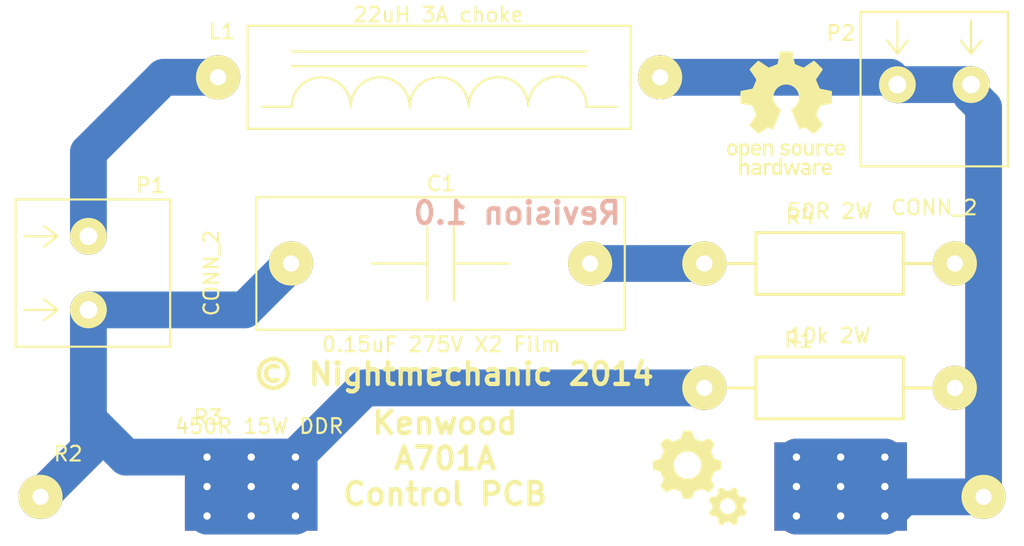
<source format=kicad_pcb>
(kicad_pcb (version 3) (host pcbnew "(2014-01-19 BZR 4624)-product")

  (general
    (links 28)
    (no_connects 0)
    (area 61.924999 25.025 133.425001 65)
    (thickness 1.6)
    (drawings 20)
    (tracks 79)
    (zones 0)
    (modules 10)
    (nets 5)
  )

  (page A4)
  (layers
    (15 F.Cu signal)
    (0 B.Cu signal)
    (16 B.Adhes user)
    (17 F.Adhes user)
    (18 B.Paste user)
    (19 F.Paste user)
    (20 B.SilkS user)
    (21 F.SilkS user)
    (22 B.Mask user hide)
    (23 F.Mask user hide)
    (24 Dwgs.User user)
    (25 Cmts.User user hide)
    (26 Eco1.User user hide)
    (27 Eco2.User user hide)
    (28 Edge.Cuts user hide)
  )

  (setup
    (last_trace_width 2.5)
    (trace_clearance 2)
    (zone_clearance 0.508)
    (zone_45_only no)
    (trace_min 0.254)
    (segment_width 0.1)
    (edge_width 0.1)
    (via_size 0.889)
    (via_drill 0.635)
    (via_min_size 0.889)
    (via_min_drill 0.508)
    (uvia_size 0.508)
    (uvia_drill 0.127)
    (uvias_allowed no)
    (uvia_min_size 0.508)
    (uvia_min_drill 0.127)
    (pcb_text_width 0.3)
    (pcb_text_size 1.5 1.5)
    (mod_edge_width 0.15)
    (mod_text_size 1 1)
    (mod_text_width 0.15)
    (pad_size 3 3)
    (pad_drill 1.1)
    (pad_to_mask_clearance 0.2)
    (aux_axis_origin 0 0)
    (visible_elements 7FFEFFFF)
    (pcbplotparams
      (layerselection 32538625)
      (usegerberextensions true)
      (excludeedgelayer true)
      (linewidth 0.150000)
      (plotframeref false)
      (viasonmask false)
      (mode 1)
      (useauxorigin false)
      (hpglpennumber 1)
      (hpglpenspeed 20)
      (hpglpendiameter 15)
      (hpglpenoverlay 2)
      (psnegative false)
      (psa4output false)
      (plotreference true)
      (plotvalue false)
      (plotothertext true)
      (plotinvisibletext false)
      (padsonsilk false)
      (subtractmaskfromsilk false)
      (outputformat 1)
      (mirror false)
      (drillshape 0)
      (scaleselection 1)
      (outputdirectory "Fabrication files/"))
  )

  (net 0 "")
  (net 1 "Net-(C1-Pad1)")
  (net 2 "Net-(C1-Pad2)")
  (net 3 "Net-(L1-Pad1)")
  (net 4 "Net-(L1-Pad2)")

  (net_class Default "This is the default net class."
    (clearance 2)
    (trace_width 2.5)
    (via_dia 0.889)
    (via_drill 0.635)
    (uvia_dia 0.508)
    (uvia_drill 0.127)
    (add_net "")
    (add_net "Net-(C1-Pad1)")
    (add_net "Net-(C1-Pad2)")
    (add_net "Net-(L1-Pad1)")
    (add_net "Net-(L1-Pad2)")
  )

  (module XICON_CR25 (layer F.Cu) (tedit 538828F5) (tstamp 5385064F)
    (at 97.7 60.7)
    (path /5384EE97)
    (fp_text reference R2 (at -30.125 -2.925) (layer F.SilkS)
      (effects (font (size 1 1) (thickness 0.15)))
    )
    (fp_text value "470R 25W" (at 0.05 -0.9) (layer F.SilkS) hide
      (effects (font (size 1 1) (thickness 0.15)))
    )
    (pad 1 thru_hole circle (at -32 0) (size 3 3) (drill 1.1) (layers *.Cu *.Mask F.SilkS)
      (net 1 "Net-(C1-Pad1)"))
    (pad 2 thru_hole circle (at 32 0) (size 3 3) (drill 1.1) (layers *.Cu *.Mask F.SilkS)
      (net 4 "Net-(L1-Pad2)"))
  )

  (module A701A:DDR_15W (layer F.Cu) (tedit 53852DF3) (tstamp 53850667)
    (at 100 60)
    (path /5384EE83)
    (fp_text reference R3 (at -22.925 -4.7) (layer F.SilkS)
      (effects (font (size 1 1) (thickness 0.15)))
    )
    (fp_text value "450R 15W DDR" (at -19.45 -4.1) (layer F.SilkS)
      (effects (font (size 1 1) (thickness 0.15)))
    )
    (pad 1 thru_hole rect (at -20 0) (size 3 2) (drill 0.5) (layers *.Cu *.Mask)
      (net 1 "Net-(C1-Pad1)"))
    (pad 1 thru_hole rect (at -23 0) (size 3 2) (drill 0.5) (layers *.Cu *.Mask)
      (net 1 "Net-(C1-Pad1)"))
    (pad 1 thru_hole rect (at -17 0) (size 3 2) (drill 0.5) (layers *.Cu *.Mask)
      (net 1 "Net-(C1-Pad1)"))
    (pad 1 thru_hole rect (at -20 -2) (size 3 2) (drill 0.5) (layers *.Cu *.Mask)
      (net 1 "Net-(C1-Pad1)"))
    (pad 1 thru_hole rect (at -17 -2) (size 3 2) (drill 0.5) (layers *.Cu *.Mask)
      (net 1 "Net-(C1-Pad1)"))
    (pad 1 thru_hole rect (at -23 -2) (size 3 2) (drill 0.5) (layers *.Cu *.Mask)
      (net 1 "Net-(C1-Pad1)"))
    (pad 1 thru_hole rect (at -23 2) (size 3 2) (drill 0.5) (layers *.Cu *.Mask)
      (net 1 "Net-(C1-Pad1)"))
    (pad 1 thru_hole rect (at -20 2) (size 3 2) (drill 0.5) (layers *.Cu *.Mask)
      (net 1 "Net-(C1-Pad1)"))
    (pad 1 thru_hole rect (at -17 2) (size 3 2) (drill 0.5) (layers *.Cu *.Mask)
      (net 1 "Net-(C1-Pad1)"))
    (pad 2 thru_hole rect (at 20 0) (size 3 2) (drill 0.5) (layers *.Cu *.Mask)
      (net 4 "Net-(L1-Pad2)"))
    (pad 2 thru_hole rect (at 23 0) (size 3 2) (drill 0.5) (layers *.Cu *.Mask)
      (net 4 "Net-(L1-Pad2)"))
    (pad 2 thru_hole rect (at 17 0) (size 3 2) (drill 0.5) (layers *.Cu *.Mask)
      (net 4 "Net-(L1-Pad2)"))
    (pad 2 thru_hole rect (at 17 -2) (size 3 2) (drill 0.5) (layers *.Cu *.Mask)
      (net 4 "Net-(L1-Pad2)"))
    (pad 2 thru_hole rect (at 20 -2) (size 3 2) (drill 0.5) (layers *.Cu *.Mask)
      (net 4 "Net-(L1-Pad2)"))
    (pad 2 thru_hole rect (at 23 -2) (size 3 2) (drill 0.5) (layers *.Cu *.Mask)
      (net 4 "Net-(L1-Pad2)"))
    (pad 2 thru_hole rect (at 23 2) (size 3 2) (drill 0.5) (layers *.Cu *.Mask)
      (net 4 "Net-(L1-Pad2)"))
    (pad 2 thru_hole rect (at 20 2) (size 3 2) (drill 0.5) (layers *.Cu *.Mask)
      (net 4 "Net-(L1-Pad2)"))
    (pad 2 thru_hole rect (at 17 2) (size 3 2) (drill 0.5) (layers *.Cu *.Mask)
      (net 4 "Net-(L1-Pad2)"))
  )

  (module EPCOS_B82111EC22 (layer F.Cu) (tedit 53882D07) (tstamp 53850616)
    (at 92.75 32.2)
    (path /5384EEFD)
    (fp_text reference L1 (at -14.75 -3.1) (layer F.SilkS)
      (effects (font (size 1 1) (thickness 0.15)))
    )
    (fp_text value "22uH 3A choke" (at -0.05 -4.25) (layer F.SilkS)
      (effects (font (size 1 1) (thickness 0.15)))
    )
    (fp_line (start 10 -1.75) (end -10 -1.75) (layer F.SilkS) (width 0.15))
    (fp_line (start -10 -0.75) (end 10 -0.75) (layer F.SilkS) (width 0.15))
    (fp_line (start 10 2) (end 12 2) (layer F.SilkS) (width 0.15))
    (fp_line (start -10.05 2) (end -12 2) (layer F.SilkS) (width 0.15))
    (fp_arc (start 8 1.95) (end 8.05 -0.05) (angle 90) (layer F.SilkS) (width 0.15))
    (fp_arc (start 8.05 1.95) (end 6.05 1.95) (angle 90) (layer F.SilkS) (width 0.15))
    (fp_arc (start 4.05 2) (end 4 0) (angle 90) (layer F.SilkS) (width 0.15))
    (fp_arc (start 4 2) (end 2 2) (angle 90) (layer F.SilkS) (width 0.15))
    (fp_arc (start 0 2) (end 0 0) (angle 90) (layer F.SilkS) (width 0.15))
    (fp_arc (start 0 2) (end -2 2) (angle 90) (layer F.SilkS) (width 0.15))
    (fp_arc (start -4 2) (end -4 0) (angle 90) (layer F.SilkS) (width 0.15))
    (fp_arc (start -4 2) (end -6 2) (angle 90) (layer F.SilkS) (width 0.15))
    (fp_arc (start -8 2) (end -8 0) (angle 90) (layer F.SilkS) (width 0.15))
    (fp_arc (start -8 2) (end -10 2) (angle 90) (layer F.SilkS) (width 0.15))
    (fp_line (start -13 -3.5) (end 13 -3.5) (layer F.SilkS) (width 0.15))
    (fp_line (start 13 -3.5) (end 13 3.5) (layer F.SilkS) (width 0.15))
    (fp_line (start 13 3.5) (end -13 3.5) (layer F.SilkS) (width 0.15))
    (fp_line (start -13 3.5) (end -13 -3.5) (layer F.SilkS) (width 0.15))
    (pad 1 thru_hole circle (at -15 0) (size 3 3) (drill 1.1) (layers *.Cu *.Mask F.SilkS)
      (net 3 "Net-(L1-Pad1)"))
    (pad 2 thru_hole circle (at 15 0) (size 3 3) (drill 1.1) (layers *.Cu *.Mask F.SilkS)
      (net 4 "Net-(L1-Pad2)"))
  )

  (module A701A:KEMET_PME271M615K (layer F.Cu) (tedit 53852DE0) (tstamp 5385060C)
    (at 92.85 44.85)
    (path /5384EEBF)
    (fp_text reference C1 (at 0.025 -5.425) (layer F.SilkS)
      (effects (font (size 1 1) (thickness 0.15)))
    )
    (fp_text value "0.15uF 275V X2 Film" (at 0.05 5.5) (layer F.SilkS)
      (effects (font (size 1 1) (thickness 0.15)))
    )
    (fp_line (start 0.9 -2.5) (end 0.9 2.5) (layer F.SilkS) (width 0.15))
    (fp_line (start -0.9 -2.5) (end -0.9 2.5) (layer F.SilkS) (width 0.15))
    (fp_line (start 0.9 0) (end 4.65 0) (layer F.SilkS) (width 0.15))
    (fp_line (start -4.65 0) (end -0.9 0) (layer F.SilkS) (width 0.15))
    (fp_line (start -12.5 -4.5) (end 12.5 -4.5) (layer F.SilkS) (width 0.15))
    (fp_line (start 12.5 -4.5) (end 12.5 4.5) (layer F.SilkS) (width 0.15))
    (fp_line (start 12.5 4.5) (end -12.5 4.5) (layer F.SilkS) (width 0.15))
    (fp_line (start -12.5 4.5) (end -12.5 -4.5) (layer F.SilkS) (width 0.15))
    (pad 1 thru_hole circle (at -10.15 0) (size 3 3) (drill 1.1) (layers *.Cu *.Mask F.SilkS)
      (net 1 "Net-(C1-Pad1)"))
    (pad 2 thru_hole circle (at 10.15 0) (size 3 3) (drill 1.1) (layers *.Cu *.Mask F.SilkS)
      (net 2 "Net-(C1-Pad2)"))
  )

  (module A701A:PHOENIX_TERMINAL_PTS1.5_2-5.0-H (layer F.Cu) (tedit 53851BF4) (tstamp 53850626)
    (at 68.95 45.5 270)
    (path /5384EF3E)
    (fp_text reference P1 (at -5.95 -4.2 360) (layer F.SilkS)
      (effects (font (size 1 1) (thickness 0.15)))
    )
    (fp_text value CONN_2 (at 0 -8.35 270) (layer F.SilkS)
      (effects (font (size 1 1) (thickness 0.15)))
    )
    (fp_line (start 2.5 2.1) (end 3.2 3) (layer F.SilkS) (width 0.15))
    (fp_line (start 2.5 4.35) (end 2.5 2.1) (layer F.SilkS) (width 0.15))
    (fp_line (start 2.5 2.1) (end 1.8 3) (layer F.SilkS) (width 0.15))
    (fp_line (start -2.5 2.1) (end -1.8 3) (layer F.SilkS) (width 0.15))
    (fp_line (start -2.5 4.35) (end -2.5 2.1) (layer F.SilkS) (width 0.15))
    (fp_line (start -2.5 2.1) (end -3.2 3) (layer F.SilkS) (width 0.15))
    (fp_line (start -5 -5.55) (end 5 -5.55) (layer F.SilkS) (width 0.15))
    (fp_line (start 5 -5.55) (end 5 4.95) (layer F.SilkS) (width 0.15))
    (fp_line (start -5 4.95) (end -5 -5.55) (layer F.SilkS) (width 0.15))
    (fp_line (start 5 4.95) (end -5 4.95) (layer F.SilkS) (width 0.15))
    (pad 1 thru_hole circle (at -2.5 0 270) (size 2.5 2.5) (drill 1.2) (layers *.Cu *.Mask F.SilkS)
      (net 3 "Net-(L1-Pad1)"))
    (pad 2 thru_hole circle (at 2.5 0 270) (size 2.5 2.5) (drill 1.2) (layers *.Cu *.Mask F.SilkS)
      (net 1 "Net-(C1-Pad1)"))
  )

  (module A701A:PHOENIX_TERMINAL_PTS1.5_2-5.0-H (layer F.Cu) (tedit 538527D7) (tstamp 53850636)
    (at 126.35 32.7 180)
    (path /5384EF2A)
    (fp_text reference P2 (at 6.35 3.5 180) (layer F.SilkS)
      (effects (font (size 1 1) (thickness 0.15)))
    )
    (fp_text value CONN_2 (at 0 -8.35 180) (layer F.SilkS)
      (effects (font (size 1 1) (thickness 0.15)))
    )
    (fp_line (start 2.5 2.1) (end 3.2 3) (layer F.SilkS) (width 0.15))
    (fp_line (start 2.5 4.35) (end 2.5 2.1) (layer F.SilkS) (width 0.15))
    (fp_line (start 2.5 2.1) (end 1.8 3) (layer F.SilkS) (width 0.15))
    (fp_line (start -2.5 2.1) (end -1.8 3) (layer F.SilkS) (width 0.15))
    (fp_line (start -2.5 4.35) (end -2.5 2.1) (layer F.SilkS) (width 0.15))
    (fp_line (start -2.5 2.1) (end -3.2 3) (layer F.SilkS) (width 0.15))
    (fp_line (start -5 -5.55) (end 5 -5.55) (layer F.SilkS) (width 0.15))
    (fp_line (start 5 -5.55) (end 5 4.95) (layer F.SilkS) (width 0.15))
    (fp_line (start -5 4.95) (end -5 -5.55) (layer F.SilkS) (width 0.15))
    (fp_line (start 5 4.95) (end -5 4.95) (layer F.SilkS) (width 0.15))
    (pad 1 thru_hole circle (at -2.5 0 180) (size 2.5 2.5) (drill 1.2) (layers *.Cu *.Mask F.SilkS)
      (net 4 "Net-(L1-Pad2)"))
    (pad 2 thru_hole circle (at 2.5 0 180) (size 2.5 2.5) (drill 1.2) (layers *.Cu *.Mask F.SilkS)
      (net 4 "Net-(L1-Pad2)"))
  )

  (module A701A:VISHAY_PR02 (layer F.Cu) (tedit 538523DE) (tstamp 53850645)
    (at 119.25 53.3)
    (path /5384EEAB)
    (fp_text reference R1 (at -2.1 -3.25) (layer F.SilkS)
      (effects (font (size 1 1) (thickness 0.15)))
    )
    (fp_text value "10k 2W" (at 0 -3.55) (layer F.SilkS)
      (effects (font (size 1 1) (thickness 0.15)))
    )
    (fp_line (start -5 0) (end -5 -2.1) (layer F.SilkS) (width 0.2))
    (fp_line (start -5 -2.1) (end 5 -2.1) (layer F.SilkS) (width 0.2))
    (fp_line (start 5 -2.1) (end 5 0) (layer F.SilkS) (width 0.2))
    (fp_line (start 5 0) (end 7 0) (layer F.SilkS) (width 0.2))
    (fp_line (start 7 0) (end 5 0) (layer F.SilkS) (width 0.2))
    (fp_line (start 5 0) (end 5 2.1) (layer F.SilkS) (width 0.2))
    (fp_line (start 5 2.1) (end -5 2.1) (layer F.SilkS) (width 0.2))
    (fp_line (start -5 2.1) (end -5 0) (layer F.SilkS) (width 0.2))
    (fp_line (start -7 0) (end -5 0) (layer F.SilkS) (width 0.2))
    (pad 1 thru_hole circle (at -8.5 0) (size 3 3) (drill 1.1) (layers *.Cu *.Mask F.SilkS)
      (net 1 "Net-(C1-Pad1)"))
    (pad 2 thru_hole circle (at 8.5 0) (size 3 3) (drill 1.1) (layers *.Cu *.Mask F.SilkS)
      (net 4 "Net-(L1-Pad2)"))
  )

  (module A701A:VISHAY_PR02 (layer F.Cu) (tedit 538523D6) (tstamp 53850676)
    (at 119.25 44.85)
    (path /5384EF5B)
    (fp_text reference R4 (at -2 -3.2) (layer F.SilkS)
      (effects (font (size 1 1) (thickness 0.15)))
    )
    (fp_text value "50R 2W" (at 0 -3.55) (layer F.SilkS)
      (effects (font (size 1 1) (thickness 0.15)))
    )
    (fp_line (start -5 0) (end -5 -2.1) (layer F.SilkS) (width 0.2))
    (fp_line (start -5 -2.1) (end 5 -2.1) (layer F.SilkS) (width 0.2))
    (fp_line (start 5 -2.1) (end 5 0) (layer F.SilkS) (width 0.2))
    (fp_line (start 5 0) (end 7 0) (layer F.SilkS) (width 0.2))
    (fp_line (start 7 0) (end 5 0) (layer F.SilkS) (width 0.2))
    (fp_line (start 5 0) (end 5 2.1) (layer F.SilkS) (width 0.2))
    (fp_line (start 5 2.1) (end -5 2.1) (layer F.SilkS) (width 0.2))
    (fp_line (start -5 2.1) (end -5 0) (layer F.SilkS) (width 0.2))
    (fp_line (start -7 0) (end -5 0) (layer F.SilkS) (width 0.2))
    (pad 1 thru_hole circle (at -8.5 0) (size 3 3) (drill 1.1) (layers *.Cu *.Mask F.SilkS)
      (net 2 "Net-(C1-Pad2)"))
    (pad 2 thru_hole circle (at 8.5 0) (size 3 3) (drill 1.1) (layers *.Cu *.Mask F.SilkS)
      (net 4 "Net-(L1-Pad2)"))
  )

  (module Logos:Gears_F.SilkS_8mm (layer F.Cu) (tedit 53852CBC) (tstamp 53852E43)
    (at 110.45 59.4 270)
    (fp_text reference VAL (at 0 0 270) (layer F.SilkS) hide
      (effects (font (size 0.381 0.381) (thickness 0.127)))
    )
    (fp_text value REF (at 0 0 270) (layer F.SilkS) hide
      (effects (font (size 0.381 0.381) (thickness 0.127)))
    )
    (fp_poly (pts (xy 1.43764 1.12014) (xy 1.18872 1.21412) (xy 0.93726 1.30556) (xy 0.9144 1.39192)
      (xy 0.9017 1.43002) (xy 0.889 1.47066) (xy 0.87122 1.52146) (xy 0.84582 1.5875)
      (xy 0.81026 1.67132) (xy 0.77724 1.7526) (xy 0.77216 1.77038) (xy 0.77216 1.79324)
      (xy 0.77978 1.82372) (xy 0.79502 1.86436) (xy 0.82296 1.92532) (xy 0.86106 2.00914)
      (xy 0.87122 2.03454) (xy 0.90932 2.11328) (xy 0.94234 2.1844) (xy 0.9652 2.24028)
      (xy 0.98044 2.27838) (xy 0.98552 2.28854) (xy 0.97282 2.30378) (xy 0.94488 2.33934)
      (xy 0.89916 2.38506) (xy 0.84328 2.44348) (xy 0.79248 2.49428) (xy 0.60198 2.68478)
      (xy 0.35306 2.56794) (xy 0.10668 2.4511) (xy 0.08636 2.46126) (xy 0.08636 0.83312)
      (xy 0.07112 0.69342) (xy 0.03048 0.53086) (xy -0.03556 0.38354) (xy -0.12446 0.25654)
      (xy -0.2286 0.14478) (xy -0.34798 0.05588) (xy -0.47752 -0.0127) (xy -0.61722 -0.06096)
      (xy -0.76454 -0.08636) (xy -0.91186 -0.08636) (xy -1.06172 -0.0635) (xy -1.2065 -0.01524)
      (xy -1.3462 0.06096) (xy -1.47574 0.16256) (xy -1.50114 0.18542) (xy -1.61036 0.31496)
      (xy -1.69164 0.45466) (xy -1.74498 0.60198) (xy -1.77292 0.75438) (xy -1.77546 0.90678)
      (xy -1.7526 1.05664) (xy -1.70434 1.20142) (xy -1.63322 1.33858) (xy -1.53924 1.4605)
      (xy -1.4224 1.56972) (xy -1.2827 1.66116) (xy -1.23952 1.68402) (xy -1.08204 1.74244)
      (xy -0.91948 1.77038) (xy -0.75438 1.7653) (xy -0.5842 1.73228) (xy -0.56134 1.72466)
      (xy -0.41402 1.6637) (xy -0.27686 1.5748) (xy -0.15748 1.46304) (xy -0.05842 1.3335)
      (xy 0.01524 1.19126) (xy 0.03302 1.14808) (xy 0.07366 0.98806) (xy 0.08636 0.83312)
      (xy 0.08636 2.46126) (xy -0.0381 2.51968) (xy -0.11176 2.55524) (xy -0.1905 2.5908)
      (xy -0.25908 2.6162) (xy -0.28194 2.62382) (xy -0.38354 2.65938) (xy -0.47498 2.92354)
      (xy -0.56642 3.1877) (xy -0.84582 3.1877) (xy -0.9525 3.1877) (xy -1.03378 3.18516)
      (xy -1.08712 3.18262) (xy -1.12014 3.175) (xy -1.13284 3.16992) (xy -1.13284 3.16738)
      (xy -1.14046 3.14706) (xy -1.1557 3.10134) (xy -1.17856 3.03784) (xy -1.20396 2.96164)
      (xy -1.22428 2.90576) (xy -1.3081 2.66446) (xy -1.3843 2.63652) (xy -1.43002 2.61874)
      (xy -1.49352 2.5908) (xy -1.56718 2.55778) (xy -1.62814 2.5273) (xy -1.79832 2.44856)
      (xy -1.97358 2.52984) (xy -2.04978 2.5654) (xy -2.12344 2.59842) (xy -2.1844 2.6289)
      (xy -2.2225 2.64668) (xy -2.2987 2.6797) (xy -2.49428 2.48158) (xy -2.68986 2.286)
      (xy -2.57302 2.04216) (xy -2.45618 1.79578) (xy -2.52984 1.651) (xy -2.5654 1.57734)
      (xy -2.59842 1.4986) (xy -2.62636 1.43002) (xy -2.63652 1.40716) (xy -2.66954 1.30556)
      (xy -2.93624 1.21158) (xy -3.20294 1.12014) (xy -3.2004 0.8382) (xy -3.19532 0.5588)
      (xy -3.13182 0.53594) (xy -3.00228 0.49276) (xy -2.89814 0.4572) (xy -2.81686 0.42672)
      (xy -2.7559 0.40386) (xy -2.71272 0.38608) (xy -2.68478 0.37084) (xy -2.667 0.3556)
      (xy -2.65684 0.3429) (xy -2.65176 0.32512) (xy -2.64922 0.32004) (xy -2.63906 0.28702)
      (xy -2.6162 0.23368) (xy -2.58826 0.16764) (xy -2.55016 0.09144) (xy -2.54508 0.08128)
      (xy -2.4511 -0.10922) (xy -2.56794 -0.3556) (xy -2.68478 -0.60198) (xy -2.4892 -0.8001)
      (xy -2.29362 -0.99568) (xy -2.04978 -0.88138) (xy -1.97104 -0.84328) (xy -1.89992 -0.81026)
      (xy -1.84404 -0.78486) (xy -1.80594 -0.76962) (xy -1.79324 -0.76454) (xy -1.77292 -0.77216)
      (xy -1.73228 -0.78994) (xy -1.67894 -0.8128) (xy -1.66624 -0.82042) (xy -1.59258 -0.85344)
      (xy -1.50622 -0.88392) (xy -1.4351 -0.90932) (xy -1.31318 -0.94488) (xy -1.24714 -1.12522)
      (xy -1.2192 -1.20396) (xy -1.19126 -1.27762) (xy -1.1684 -1.33858) (xy -1.1557 -1.37414)
      (xy -1.12776 -1.44526) (xy -0.84836 -1.45034) (xy -0.56642 -1.45288) (xy -0.52324 -1.3335)
      (xy -0.4953 -1.25476) (xy -0.46228 -1.1684) (xy -0.43434 -1.08712) (xy -0.4318 -1.08204)
      (xy -0.38354 -0.94996) (xy -0.24892 -0.90678) (xy -0.17018 -0.88138) (xy -0.08636 -0.84836)
      (xy -0.01524 -0.81788) (xy -0.00508 -0.81534) (xy 0.10414 -0.76454) (xy 0.35306 -0.88138)
      (xy 0.59944 -1.00076) (xy 0.79248 -0.81026) (xy 0.85598 -0.74676) (xy 0.90932 -0.69088)
      (xy 0.94996 -0.64516) (xy 0.9779 -0.61468) (xy 0.98552 -0.60452) (xy 0.9779 -0.58674)
      (xy 0.96012 -0.5461) (xy 0.93218 -0.48768) (xy 0.89916 -0.41402) (xy 0.86614 -0.34798)
      (xy 0.7493 -0.10668) (xy 0.8001 -0.00254) (xy 0.82804 0.0635) (xy 0.86106 0.14224)
      (xy 0.89154 0.22352) (xy 0.89662 0.2413) (xy 0.94488 0.37846) (xy 1.18618 0.46736)
      (xy 1.43002 0.5588) (xy 1.4351 0.84074) (xy 1.43764 1.12014) (xy 1.43764 1.12014)) (layer F.SilkS) (width 0.00254))
    (fp_poly (pts (xy 3.23088 -1.53162) (xy 3.17246 -1.38938) (xy 3.11404 -1.24714) (xy 2.95656 -1.24968)
      (xy 2.79908 -1.25222) (xy 2.69494 -1.14554) (xy 2.58826 -1.03886) (xy 2.59334 -0.90678)
      (xy 2.59334 -0.84328) (xy 2.59842 -0.78994) (xy 2.60096 -0.75438) (xy 2.60096 -0.7493)
      (xy 2.59842 -0.7366) (xy 2.58064 -0.7239) (xy 2.54508 -0.70358) (xy 2.4892 -0.67818)
      (xy 2.47396 -0.67056) (xy 2.47396 -1.87706) (xy 2.4638 -1.99136) (xy 2.43078 -2.10312)
      (xy 2.36982 -2.20472) (xy 2.30124 -2.28092) (xy 2.20726 -2.35458) (xy 2.1082 -2.39776)
      (xy 1.99898 -2.41808) (xy 1.91516 -2.41808) (xy 1.8034 -2.40284) (xy 1.70688 -2.36982)
      (xy 1.62306 -2.3114) (xy 1.5494 -2.24282) (xy 1.47574 -2.14122) (xy 1.43002 -2.03708)
      (xy 1.41224 -1.9304) (xy 1.41478 -1.82626) (xy 1.44018 -1.72466) (xy 1.4859 -1.62814)
      (xy 1.5494 -1.54432) (xy 1.6256 -1.47066) (xy 1.7145 -1.41478) (xy 1.81356 -1.37668)
      (xy 1.92278 -1.36144) (xy 2.03454 -1.3716) (xy 2.15392 -1.40716) (xy 2.16662 -1.41224)
      (xy 2.2733 -1.47828) (xy 2.35712 -1.55956) (xy 2.42062 -1.65862) (xy 2.45872 -1.7653)
      (xy 2.47396 -1.87706) (xy 2.47396 -0.67056) (xy 2.40792 -0.64516) (xy 2.33426 -0.61468)
      (xy 2.31648 -0.6223) (xy 2.286 -0.65024) (xy 2.24536 -0.69342) (xy 2.21996 -0.7239)
      (xy 2.12344 -0.84074) (xy 1.98374 -0.8382) (xy 1.84404 -0.83566) (xy 1.72974 -0.7239)
      (xy 1.68148 -0.67564) (xy 1.64084 -0.63754) (xy 1.61036 -0.61468) (xy 1.6002 -0.61214)
      (xy 1.57988 -0.61722) (xy 1.53924 -0.63246) (xy 1.48082 -0.65278) (xy 1.44018 -0.66802)
      (xy 1.2954 -0.7239) (xy 1.29794 -0.87884) (xy 1.30302 -1.03378) (xy 1.1938 -1.143)
      (xy 1.08712 -1.25222) (xy 0.92964 -1.24714) (xy 0.77216 -1.24206) (xy 0.7112 -1.38684)
      (xy 0.65278 -1.53416) (xy 0.74168 -1.61544) (xy 0.78994 -1.65608) (xy 0.83312 -1.69164)
      (xy 0.85852 -1.7145) (xy 0.86106 -1.7145) (xy 0.8763 -1.72974) (xy 0.88392 -1.7526)
      (xy 0.889 -1.7907) (xy 0.89154 -1.85166) (xy 0.89154 -1.88722) (xy 0.89154 -2.03962)
      (xy 0.7747 -2.14884) (xy 0.65532 -2.25806) (xy 0.71628 -2.39776) (xy 0.7747 -2.54)
      (xy 0.9271 -2.53492) (xy 1.0795 -2.52984) (xy 1.19126 -2.6416) (xy 1.30302 -2.75336)
      (xy 1.30302 -2.91084) (xy 1.30556 -3.06832) (xy 1.44272 -3.1242) (xy 1.58242 -3.18008)
      (xy 1.68656 -3.06578) (xy 1.78816 -2.95402) (xy 1.9431 -2.95148) (xy 2.0955 -2.94894)
      (xy 2.19202 -3.0607) (xy 2.23774 -3.10642) (xy 2.27584 -3.14452) (xy 2.30378 -3.16738)
      (xy 2.3114 -3.16992) (xy 2.3368 -3.16484) (xy 2.38252 -3.1496) (xy 2.4384 -3.12674)
      (xy 2.46126 -3.11658) (xy 2.58572 -3.06324) (xy 2.58318 -2.9083) (xy 2.58064 -2.75336)
      (xy 2.6924 -2.6416) (xy 2.80416 -2.5273) (xy 2.95402 -2.53746) (xy 3.10642 -2.54762)
      (xy 3.1623 -2.413) (xy 3.1877 -2.35204) (xy 3.20548 -2.30124) (xy 3.21818 -2.26822)
      (xy 3.21818 -2.2606) (xy 3.20802 -2.24282) (xy 3.17754 -2.2098) (xy 3.13436 -2.16916)
      (xy 3.10896 -2.14376) (xy 2.99974 -2.0447) (xy 2.99974 -1.8923) (xy 2.99974 -1.74244)
      (xy 3.11658 -1.63576) (xy 3.23088 -1.53162) (xy 3.23088 -1.53162)) (layer F.SilkS) (width 0.00254))
  )

  (module Logos:OSHW_F.SilkS_8mm (layer F.Cu) (tedit 53852CBC) (tstamp 53853179)
    (at 116.3 34.65)
    (fp_text reference VAL (at 0 0) (layer F.SilkS) hide
      (effects (font (size 0.381 0.381) (thickness 0.127)))
    )
    (fp_text value REF (at 0 0) (layer F.SilkS) hide
      (effects (font (size 0.381 0.381) (thickness 0.127)))
    )
    (fp_poly (pts (xy -1.7145 4.19354) (xy -1.79324 4.19354) (xy -1.87198 4.19354) (xy -1.87198 4.15798)
      (xy -1.87198 3.89128) (xy -1.87198 3.83794) (xy -1.98882 3.83794) (xy -2.06248 3.84048)
      (xy -2.11582 3.84556) (xy -2.15392 3.85318) (xy -2.18186 3.86588) (xy -2.20218 3.8862)
      (xy -2.2098 3.90144) (xy -2.2225 3.92938) (xy -2.2225 3.9497) (xy -2.21488 3.9751)
      (xy -2.21488 3.97764) (xy -2.18694 4.01574) (xy -2.16408 4.03098) (xy -2.13106 4.0386)
      (xy -2.08788 4.04368) (xy -2.03962 4.04622) (xy -1.99136 4.04368) (xy -1.95326 4.04114)
      (xy -1.93294 4.03352) (xy -1.905 4.00812) (xy -1.88468 3.96748) (xy -1.87198 3.91668)
      (xy -1.87198 3.89128) (xy -1.87198 4.15798) (xy -1.87198 4.13258) (xy -1.87452 4.11988)
      (xy -1.87452 4.11988) (xy -1.88468 4.1275) (xy -1.90246 4.14274) (xy -1.91262 4.15036)
      (xy -1.9431 4.17322) (xy -1.98374 4.18846) (xy -2.01168 4.19354) (xy -2.04978 4.19862)
      (xy -2.07772 4.2037) (xy -2.10312 4.20116) (xy -2.1336 4.19862) (xy -2.15646 4.19354)
      (xy -2.22504 4.17322) (xy -2.286 4.1402) (xy -2.32156 4.10464) (xy -2.35458 4.04876)
      (xy -2.37236 3.98526) (xy -2.37236 3.91922) (xy -2.35712 3.85826) (xy -2.32664 3.80238)
      (xy -2.28092 3.75666) (xy -2.26314 3.7465) (xy -2.24282 3.7338) (xy -2.22504 3.72618)
      (xy -2.20218 3.7211) (xy -2.17424 3.71602) (xy -2.13614 3.71348) (xy -2.08026 3.71094)
      (xy -2.0447 3.71094) (xy -1.87706 3.70586) (xy -1.87198 3.65506) (xy -1.87452 3.60172)
      (xy -1.88722 3.56362) (xy -1.91516 3.53568) (xy -1.9558 3.52044) (xy -2.01422 3.51282)
      (xy -2.04724 3.51028) (xy -2.09296 3.51282) (xy -2.12344 3.51536) (xy -2.14884 3.52552)
      (xy -2.16916 3.53822) (xy -2.18948 3.55092) (xy -2.20726 3.556) (xy -2.2225 3.55346)
      (xy -2.24536 3.54076) (xy -2.27584 3.51536) (xy -2.286 3.50774) (xy -2.3368 3.46964)
      (xy -2.30124 3.43662) (xy -2.26568 3.40614) (xy -2.23012 3.38582) (xy -2.1844 3.37312)
      (xy -2.1463 3.36296) (xy -2.06756 3.35534) (xy -1.98882 3.35788) (xy -1.91516 3.37058)
      (xy -1.84912 3.39344) (xy -1.79578 3.42646) (xy -1.77292 3.44932) (xy -1.75768 3.46964)
      (xy -1.74498 3.48742) (xy -1.73482 3.51028) (xy -1.7272 3.53568) (xy -1.72212 3.57124)
      (xy -1.71704 3.61442) (xy -1.7145 3.6703) (xy -1.7145 3.74142) (xy -1.7145 3.83032)
      (xy -1.7145 3.88366) (xy -1.7145 4.19354) (xy -1.7145 4.19354)) (layer F.SilkS) (width 0.00254))
    (fp_poly (pts (xy -0.29464 4.19354) (xy -0.37338 4.19354) (xy -0.45212 4.19354) (xy -0.45212 4.1529)
      (xy -0.45466 4.12242) (xy -0.46228 4.11226) (xy -0.46228 3.7846) (xy -0.46228 3.71348)
      (xy -0.46736 3.66014) (xy -0.47752 3.6195) (xy -0.49022 3.58648) (xy -0.51308 3.56108)
      (xy -0.5207 3.55346) (xy -0.56388 3.5306) (xy -0.61468 3.5179) (xy -0.66802 3.52298)
      (xy -0.71882 3.54076) (xy -0.74676 3.56362) (xy -0.76708 3.5941) (xy -0.77978 3.63728)
      (xy -0.7874 3.6957) (xy -0.78994 3.76936) (xy -0.78994 3.77698) (xy -0.7874 3.83032)
      (xy -0.78486 3.87858) (xy -0.78232 3.91668) (xy -0.77724 3.937) (xy -0.75692 3.9751)
      (xy -0.72644 4.00812) (xy -0.6985 4.0259) (xy -0.6604 4.03606) (xy -0.61214 4.03606)
      (xy -0.56642 4.0259) (xy -0.53848 4.01574) (xy -0.508 3.99034) (xy -0.48514 3.95478)
      (xy -0.4699 3.90906) (xy -0.46228 3.84556) (xy -0.46228 3.7846) (xy -0.46228 4.11226)
      (xy -0.46228 4.11226) (xy -0.47752 4.11988) (xy -0.48768 4.13004) (xy -0.52324 4.15798)
      (xy -0.57404 4.1783) (xy -0.63246 4.19354) (xy -0.69088 4.19862) (xy -0.73406 4.19354)
      (xy -0.8001 4.17068) (xy -0.85852 4.13258) (xy -0.90424 4.07924) (xy -0.93726 4.01828)
      (xy -0.93726 4.01066) (xy -0.94488 3.98018) (xy -0.94742 3.92938) (xy -0.94996 3.85826)
      (xy -0.94996 3.76936) (xy -0.94996 3.76936) (xy -0.94996 3.69824) (xy -0.94996 3.6449)
      (xy -0.94742 3.6068) (xy -0.94488 3.57632) (xy -0.9398 3.55346) (xy -0.93472 3.53314)
      (xy -0.9271 3.51282) (xy -0.88646 3.44932) (xy -0.83566 3.4036) (xy -0.76962 3.37312)
      (xy -0.70866 3.35788) (xy -0.64262 3.35788) (xy -0.57912 3.37566) (xy -0.51562 3.41122)
      (xy -0.48514 3.43154) (xy -0.46482 3.44424) (xy -0.4572 3.44678) (xy -0.45466 3.43916)
      (xy -0.45466 3.41122) (xy -0.45212 3.36804) (xy -0.45212 3.31216) (xy -0.45212 3.2512)
      (xy -0.45212 3.2385) (xy -0.45212 3.02768) (xy -0.37338 3.02768) (xy -0.29464 3.02768)
      (xy -0.29464 3.61188) (xy -0.29464 4.19354) (xy -0.29464 4.19354)) (layer F.SilkS) (width 0.00254))
    (fp_poly (pts (xy 1.66116 4.19354) (xy 1.57734 4.19354) (xy 1.49352 4.19354) (xy 1.49352 3.90398)
      (xy 1.49352 3.8354) (xy 1.35636 3.83794) (xy 1.30048 3.84048) (xy 1.2573 3.84302)
      (xy 1.22936 3.8481) (xy 1.21158 3.85318) (xy 1.19634 3.8608) (xy 1.19126 3.86334)
      (xy 1.16078 3.8989) (xy 1.15062 3.937) (xy 1.1557 3.9751) (xy 1.17856 4.00812)
      (xy 1.20904 4.02844) (xy 1.2446 4.04114) (xy 1.2954 4.04622) (xy 1.34874 4.04622)
      (xy 1.397 4.04114) (xy 1.4351 4.03352) (xy 1.46304 4.01574) (xy 1.48082 3.99542)
      (xy 1.49098 3.9624) (xy 1.49352 3.91414) (xy 1.49352 3.90398) (xy 1.49352 4.19354)
      (xy 1.49352 4.15544) (xy 1.49098 4.1148) (xy 1.4732 4.1402) (xy 1.4478 4.16052)
      (xy 1.41732 4.1783) (xy 1.41732 4.1783) (xy 1.37922 4.18846) (xy 1.32842 4.19608)
      (xy 1.27762 4.19862) (xy 1.23444 4.19862) (xy 1.16078 4.1783) (xy 1.09474 4.14528)
      (xy 1.04648 4.09702) (xy 1.016 4.04622) (xy 1.0033 3.99796) (xy 0.99822 3.93954)
      (xy 1.00584 3.8862) (xy 1.016 3.85064) (xy 1.0414 3.80238) (xy 1.0795 3.76428)
      (xy 1.1303 3.73634) (xy 1.15316 3.72618) (xy 1.17602 3.71856) (xy 1.20142 3.71602)
      (xy 1.23444 3.71348) (xy 1.28016 3.71094) (xy 1.33858 3.71094) (xy 1.49352 3.71094)
      (xy 1.49352 3.63982) (xy 1.49098 3.59918) (xy 1.48844 3.57378) (xy 1.47828 3.556)
      (xy 1.46558 3.54076) (xy 1.45288 3.5306) (xy 1.43764 3.52298) (xy 1.41478 3.5179)
      (xy 1.38176 3.5179) (xy 1.3335 3.51536) (xy 1.33096 3.51536) (xy 1.28016 3.5179)
      (xy 1.24714 3.5179) (xy 1.22428 3.52298) (xy 1.20904 3.5306) (xy 1.19634 3.54076)
      (xy 1.17602 3.556) (xy 1.16332 3.56362) (xy 1.16332 3.56362) (xy 1.15062 3.55854)
      (xy 1.12776 3.54076) (xy 1.09982 3.52044) (xy 1.07442 3.49758) (xy 1.0541 3.47726)
      (xy 1.04648 3.4671) (xy 1.04648 3.46456) (xy 1.0541 3.45186) (xy 1.07696 3.43154)
      (xy 1.10744 3.40868) (xy 1.14046 3.38836) (xy 1.17348 3.37566) (xy 1.1811 3.37312)
      (xy 1.22174 3.3655) (xy 1.27254 3.36042) (xy 1.3335 3.36042) (xy 1.39446 3.36296)
      (xy 1.4478 3.36804) (xy 1.48844 3.37566) (xy 1.49098 3.3782) (xy 1.55448 3.41122)
      (xy 1.60274 3.4544) (xy 1.63068 3.49758) (xy 1.6383 3.51282) (xy 1.64338 3.52806)
      (xy 1.64846 3.5433) (xy 1.651 3.56616) (xy 1.65354 3.59664) (xy 1.65608 3.63474)
      (xy 1.65608 3.68808) (xy 1.65862 3.75412) (xy 1.65862 3.83794) (xy 1.65862 3.87096)
      (xy 1.66116 4.19354) (xy 1.66116 4.19354)) (layer F.SilkS) (width 0.00254))
    (fp_poly (pts (xy 3.10134 3.83794) (xy 2.9337 3.83794) (xy 2.9337 3.71094) (xy 2.9337 3.68046)
      (xy 2.92608 3.64236) (xy 2.90576 3.59918) (xy 2.87782 3.56108) (xy 2.84988 3.53568)
      (xy 2.81432 3.5179) (xy 2.77114 3.51028) (xy 2.75844 3.51028) (xy 2.69748 3.5179)
      (xy 2.65176 3.53822) (xy 2.61874 3.57124) (xy 2.6035 3.59918) (xy 2.5908 3.6322)
      (xy 2.58318 3.66776) (xy 2.5781 3.69316) (xy 2.58064 3.70078) (xy 2.59334 3.70332)
      (xy 2.62382 3.7084) (xy 2.66954 3.7084) (xy 2.72796 3.71094) (xy 2.76098 3.71094)
      (xy 2.9337 3.71094) (xy 2.9337 3.83794) (xy 2.83718 3.83794) (xy 2.7559 3.83794)
      (xy 2.68986 3.83794) (xy 2.64414 3.83794) (xy 2.61112 3.84048) (xy 2.58826 3.84556)
      (xy 2.5781 3.85318) (xy 2.57556 3.86588) (xy 2.5781 3.88112) (xy 2.58318 3.90144)
      (xy 2.58572 3.9116) (xy 2.61112 3.96494) (xy 2.64922 4.00558) (xy 2.70002 4.03352)
      (xy 2.7559 4.04622) (xy 2.8194 4.04368) (xy 2.88036 4.02336) (xy 2.91338 4.00558)
      (xy 2.96672 3.97256) (xy 3.0226 4.02082) (xy 3.07848 4.06908) (xy 3.03276 4.10972)
      (xy 2.96926 4.1529) (xy 2.89306 4.18338) (xy 2.80924 4.19862) (xy 2.72796 4.19608)
      (xy 2.70764 4.19354) (xy 2.62636 4.17068) (xy 2.55524 4.13258) (xy 2.49936 4.0767)
      (xy 2.45872 4.00558) (xy 2.43078 3.92176) (xy 2.41808 3.82016) (xy 2.41808 3.78206)
      (xy 2.4257 3.67792) (xy 2.44602 3.58648) (xy 2.48158 3.50774) (xy 2.53238 3.44424)
      (xy 2.59334 3.39852) (xy 2.62128 3.38328) (xy 2.68224 3.3655) (xy 2.75336 3.35788)
      (xy 2.82448 3.36296) (xy 2.88798 3.38074) (xy 2.8956 3.38328) (xy 2.96672 3.42646)
      (xy 3.0226 3.48234) (xy 3.06324 3.556) (xy 3.08864 3.64236) (xy 3.10134 3.7465)
      (xy 3.10134 3.77698) (xy 3.10134 3.83794) (xy 3.10134 3.83794)) (layer F.SilkS) (width 0.00254))
    (fp_poly (pts (xy -2.5019 4.19354) (xy -2.58064 4.19354) (xy -2.65684 4.19354) (xy -2.66192 3.91922)
      (xy -2.66192 3.83032) (xy -2.66446 3.7592) (xy -2.667 3.70586) (xy -2.66954 3.66268)
      (xy -2.67716 3.6322) (xy -2.68478 3.60934) (xy -2.69494 3.58902) (xy -2.70764 3.57378)
      (xy -2.72542 3.556) (xy -2.72542 3.556) (xy -2.7686 3.52806) (xy -2.8194 3.5179)
      (xy -2.8702 3.52298) (xy -2.91846 3.5433) (xy -2.9591 3.57632) (xy -2.97688 3.6068)
      (xy -2.98196 3.6195) (xy -2.98704 3.63728) (xy -2.99212 3.66014) (xy -2.99212 3.69062)
      (xy -2.99466 3.7338) (xy -2.99466 3.78968) (xy -2.9972 3.86334) (xy -2.9972 3.91922)
      (xy -2.9972 4.19354) (xy -3.08102 4.19354) (xy -3.16484 4.19354) (xy -3.16484 3.12166)
      (xy -3.16484 2.04978) (xy -3.08102 2.04978) (xy -2.9972 2.04978) (xy -2.9972 2.09296)
      (xy -2.9972 2.13868) (xy -2.96672 2.11074) (xy -2.91338 2.07264) (xy -2.84734 2.04724)
      (xy -2.77622 2.03962) (xy -2.70256 2.04724) (xy -2.68732 2.05232) (xy -2.64414 2.07264)
      (xy -2.59842 2.1082) (xy -2.55778 2.15138) (xy -2.52984 2.1971) (xy -2.5273 2.20472)
      (xy -2.51968 2.22504) (xy -2.5146 2.25044) (xy -2.51206 2.28092) (xy -2.50952 2.32156)
      (xy -2.50698 2.3749) (xy -2.50698 2.44602) (xy -2.50698 2.45872) (xy -2.50698 2.54508)
      (xy -2.50952 2.61112) (xy -2.5146 2.66192) (xy -2.52222 2.70256) (xy -2.53492 2.73558)
      (xy -2.5527 2.76352) (xy -2.57556 2.78892) (xy -2.59588 2.80924) (xy -2.65938 2.85242)
      (xy -2.66446 2.85496) (xy -2.66446 2.45872) (xy -2.667 2.3876) (xy -2.67462 2.33172)
      (xy -2.68478 2.28854) (xy -2.70256 2.25806) (xy -2.72796 2.23012) (xy -2.73558 2.22504)
      (xy -2.77876 2.20472) (xy -2.82956 2.19964) (xy -2.88036 2.20726) (xy -2.92608 2.23012)
      (xy -2.96164 2.26314) (xy -2.9718 2.27838) (xy -2.98196 2.3114) (xy -2.98704 2.35966)
      (xy -2.99212 2.41554) (xy -2.99212 2.4765) (xy -2.98958 2.53746) (xy -2.9845 2.58826)
      (xy -2.97688 2.6289) (xy -2.9718 2.6416) (xy -2.94132 2.67716) (xy -2.89814 2.7051)
      (xy -2.84988 2.7178) (xy -2.79908 2.72034) (xy -2.75082 2.7051) (xy -2.73558 2.69494)
      (xy -2.70764 2.66954) (xy -2.68732 2.63906) (xy -2.67462 2.60096) (xy -2.66954 2.55016)
      (xy -2.667 2.48158) (xy -2.66446 2.45872) (xy -2.66446 2.85496) (xy -2.72542 2.87528)
      (xy -2.79654 2.88036) (xy -2.86766 2.86766) (xy -2.9337 2.8321) (xy -2.96164 2.81178)
      (xy -2.9972 2.78384) (xy -2.9972 3.11658) (xy -2.9972 3.44932) (xy -2.95656 3.4163)
      (xy -2.89052 3.3782) (xy -2.82194 3.35788) (xy -2.75082 3.35534) (xy -2.68224 3.37312)
      (xy -2.6162 3.40868) (xy -2.58572 3.43916) (xy -2.56286 3.46202) (xy -2.54508 3.48234)
      (xy -2.53238 3.50774) (xy -2.51968 3.53568) (xy -2.51206 3.57124) (xy -2.50698 3.61696)
      (xy -2.50444 3.67284) (xy -2.5019 3.74396) (xy -2.5019 3.83286) (xy -2.5019 3.89636)
      (xy -2.5019 4.19354) (xy -2.5019 4.19354)) (layer F.SilkS) (width 0.00254))
    (fp_poly (pts (xy -0.97282 3.41884) (xy -0.98044 3.43408) (xy -1.00076 3.45694) (xy -1.02108 3.48234)
      (xy -1.04648 3.51282) (xy -1.0668 3.53568) (xy -1.07696 3.55092) (xy -1.0795 3.55092)
      (xy -1.08712 3.54838) (xy -1.10998 3.54076) (xy -1.11506 3.53568) (xy -1.14808 3.52552)
      (xy -1.18618 3.52044) (xy -1.20142 3.52044) (xy -1.24968 3.52552) (xy -1.29032 3.54584)
      (xy -1.32588 3.58394) (xy -1.3335 3.5941) (xy -1.33858 3.6068) (xy -1.3462 3.61696)
      (xy -1.34874 3.6322) (xy -1.35128 3.65252) (xy -1.35382 3.683) (xy -1.35636 3.72364)
      (xy -1.35636 3.77698) (xy -1.35636 3.8481) (xy -1.35636 3.9116) (xy -1.35636 4.19354)
      (xy -1.44018 4.19354) (xy -1.524 4.19354) (xy -1.524 3.77952) (xy -1.524 3.36296)
      (xy -1.44018 3.36296) (xy -1.35636 3.36296) (xy -1.35636 3.40614) (xy -1.35636 3.44932)
      (xy -1.31572 3.4163) (xy -1.26746 3.38582) (xy -1.20904 3.36296) (xy -1.15062 3.3528)
      (xy -1.14046 3.3528) (xy -1.1049 3.35788) (xy -1.06172 3.36804) (xy -1.01854 3.38328)
      (xy -0.98806 3.39852) (xy -0.98298 3.40106) (xy -0.97536 3.40868) (xy -0.97282 3.41884)
      (xy -0.97282 3.41884)) (layer F.SilkS) (width 0.00254))
    (fp_poly (pts (xy 0.97536 3.36296) (xy 0.84328 3.77952) (xy 0.70866 4.19608) (xy 0.63754 4.191)
      (xy 0.56388 4.18846) (xy 0.48006 3.90398) (xy 0.4572 3.82778) (xy 0.43688 3.76174)
      (xy 0.4191 3.70586) (xy 0.40386 3.66014) (xy 0.3937 3.62966) (xy 0.38862 3.61696)
      (xy 0.38862 3.61696) (xy 0.38354 3.62712) (xy 0.37592 3.65252) (xy 0.36068 3.69316)
      (xy 0.34544 3.7465) (xy 0.32512 3.80746) (xy 0.3048 3.87096) (xy 0.28448 3.93954)
      (xy 0.26416 4.00812) (xy 0.24384 4.07162) (xy 0.2286 4.13004) (xy 0.21844 4.16052)
      (xy 0.20828 4.19354) (xy 0.13716 4.19354) (xy 0.06604 4.19354) (xy -0.03048 3.8862)
      (xy -0.05842 3.80492) (xy -0.08382 3.7211) (xy -0.10922 3.6449) (xy -0.13208 3.57632)
      (xy -0.14986 3.5179) (xy -0.16256 3.47726) (xy -0.1651 3.47218) (xy -0.19812 3.36296)
      (xy -0.11176 3.36296) (xy -0.0254 3.36296) (xy 0.0508 3.65252) (xy 0.07112 3.72618)
      (xy 0.09144 3.79476) (xy 0.10668 3.85318) (xy 0.12192 3.8989) (xy 0.13208 3.92938)
      (xy 0.13716 3.94208) (xy 0.13716 3.94208) (xy 0.14224 3.93192) (xy 0.1524 3.90906)
      (xy 0.1651 3.8735) (xy 0.16764 3.86588) (xy 0.1778 3.83286) (xy 0.19304 3.78206)
      (xy 0.21336 3.72364) (xy 0.23368 3.65506) (xy 0.25654 3.58648) (xy 0.26162 3.57632)
      (xy 0.3302 3.36296) (xy 0.38862 3.36296) (xy 0.44704 3.36296) (xy 0.47498 3.45186)
      (xy 0.51562 3.57378) (xy 0.54864 3.67538) (xy 0.57658 3.76174) (xy 0.5969 3.82778)
      (xy 0.61468 3.87858) (xy 0.62738 3.91414) (xy 0.635 3.93446) (xy 0.64008 3.94208)
      (xy 0.64516 3.93192) (xy 0.65278 3.90398) (xy 0.66548 3.86334) (xy 0.68326 3.80746)
      (xy 0.70104 3.74142) (xy 0.72136 3.66776) (xy 0.7239 3.65252) (xy 0.80264 3.36296)
      (xy 0.889 3.36296) (xy 0.97536 3.36296) (xy 0.97536 3.36296)) (layer F.SilkS) (width 0.00254))
    (fp_poly (pts (xy 2.39776 3.4163) (xy 2.39014 3.42646) (xy 2.3749 3.44932) (xy 2.35204 3.47726)
      (xy 2.32918 3.5052) (xy 2.30632 3.53314) (xy 2.29108 3.54838) (xy 2.286 3.55346)
      (xy 2.2733 3.54838) (xy 2.25552 3.53568) (xy 2.21996 3.52298) (xy 2.17424 3.52044)
      (xy 2.12852 3.52552) (xy 2.09296 3.53822) (xy 2.06502 3.56108) (xy 2.03962 3.59156)
      (xy 2.03708 3.5941) (xy 2.02946 3.6068) (xy 2.02438 3.6195) (xy 2.0193 3.63728)
      (xy 2.01676 3.66014) (xy 2.01422 3.69316) (xy 2.01168 3.73634) (xy 2.01168 3.79476)
      (xy 2.00914 3.86842) (xy 2.00914 3.91414) (xy 2.0066 4.19354) (xy 1.92786 4.19354)
      (xy 1.84912 4.19354) (xy 1.84912 3.77952) (xy 1.84912 3.36296) (xy 1.9304 3.36296)
      (xy 2.00914 3.36296) (xy 2.00914 3.40614) (xy 2.00914 3.43154) (xy 2.01422 3.44678)
      (xy 2.01422 3.44678) (xy 2.02692 3.4417) (xy 2.04724 3.42646) (xy 2.0574 3.4163)
      (xy 2.10312 3.38836) (xy 2.159 3.3655) (xy 2.21996 3.35534) (xy 2.2606 3.35788)
      (xy 2.29616 3.36296) (xy 2.33172 3.37566) (xy 2.36474 3.3909) (xy 2.3876 3.4036)
      (xy 2.39776 3.4163) (xy 2.39776 3.4163)) (layer F.SilkS) (width 0.00254))
    (fp_poly (pts (xy -3.31216 2.45872) (xy -3.3147 2.54762) (xy -3.32486 2.62128) (xy -3.3401 2.6797)
      (xy -3.36042 2.72034) (xy -3.39598 2.7686) (xy -3.44424 2.81432) (xy -3.46964 2.82956)
      (xy -3.46964 2.4257) (xy -3.48234 2.34188) (xy -3.50266 2.28346) (xy -3.53822 2.24028)
      (xy -3.58394 2.21234) (xy -3.63982 2.19964) (xy -3.69824 2.20726) (xy -3.71602 2.21234)
      (xy -3.75666 2.23266) (xy -3.7846 2.25806) (xy -3.80492 2.29362) (xy -3.81762 2.33934)
      (xy -3.82524 2.40284) (xy -3.82524 2.46126) (xy -3.82524 2.51714) (xy -3.8227 2.55778)
      (xy -3.82016 2.58572) (xy -3.81254 2.61112) (xy -3.80238 2.6289) (xy -3.76936 2.67462)
      (xy -3.72364 2.7051) (xy -3.6703 2.72034) (xy -3.61442 2.7178) (xy -3.5814 2.70764)
      (xy -3.53822 2.6797) (xy -3.5052 2.63398) (xy -3.48234 2.57556) (xy -3.46964 2.50444)
      (xy -3.46964 2.4257) (xy -3.46964 2.82956) (xy -3.49758 2.84988) (xy -3.53568 2.86512)
      (xy -3.60172 2.87782) (xy -3.67284 2.87782) (xy -3.73888 2.8702) (xy -3.77952 2.86004)
      (xy -3.82016 2.83972) (xy -3.85826 2.81686) (xy -3.87096 2.8067) (xy -3.90144 2.77622)
      (xy -3.92938 2.73812) (xy -3.95224 2.70002) (xy -3.97002 2.66446) (xy -3.97256 2.6416)
      (xy -3.97764 2.62128) (xy -3.98526 2.61112) (xy -3.9878 2.59842) (xy -3.99288 2.56794)
      (xy -3.99288 2.52222) (xy -3.99542 2.46634) (xy -3.99542 2.45872) (xy -3.99288 2.40284)
      (xy -3.99288 2.35458) (xy -3.9878 2.32156) (xy -3.98526 2.30886) (xy -3.98526 2.30886)
      (xy -3.9751 2.29362) (xy -3.97256 2.27838) (xy -3.96748 2.25044) (xy -3.9497 2.21234)
      (xy -3.9243 2.1717) (xy -3.89382 2.13614) (xy -3.87096 2.11328) (xy -3.80746 2.07264)
      (xy -3.7338 2.04724) (xy -3.65506 2.03962) (xy -3.57886 2.04724) (xy -3.5052 2.0701)
      (xy -3.4417 2.1082) (xy -3.43154 2.11582) (xy -3.38582 2.16154) (xy -3.3528 2.21234)
      (xy -3.32994 2.27076) (xy -3.31724 2.34188) (xy -3.31216 2.4257) (xy -3.31216 2.45872)
      (xy -3.31216 2.45872)) (layer F.SilkS) (width 0.00254))
    (fp_poly (pts (xy -1.7018 2.52222) (xy -1.86182 2.52222) (xy -1.86182 2.37236) (xy -1.8669 2.33426)
      (xy -1.88468 2.28854) (xy -1.91008 2.25044) (xy -1.91516 2.24536) (xy -1.95834 2.20726)
      (xy -2.01168 2.18948) (xy -2.0701 2.19202) (xy -2.11836 2.20726) (xy -2.16408 2.24282)
      (xy -2.1971 2.29108) (xy -2.21488 2.34188) (xy -2.21996 2.3876) (xy -2.03962 2.3876)
      (xy -1.97104 2.38506) (xy -1.92024 2.38506) (xy -1.88722 2.38252) (xy -1.8669 2.37998)
      (xy -1.86182 2.3749) (xy -1.86182 2.37236) (xy -1.86182 2.52222) (xy -1.96088 2.52222)
      (xy -2.21742 2.52222) (xy -2.21742 2.5527) (xy -2.2098 2.5908) (xy -2.18948 2.63398)
      (xy -2.16408 2.67208) (xy -2.13614 2.69748) (xy -2.0828 2.72034) (xy -2.02438 2.7305)
      (xy -1.96088 2.72288) (xy -1.90246 2.70256) (xy -1.86436 2.67716) (xy -1.83388 2.65176)
      (xy -1.77546 2.70256) (xy -1.71958 2.75336) (xy -1.74498 2.77876) (xy -1.76784 2.79908)
      (xy -1.80086 2.82194) (xy -1.83896 2.84226) (xy -1.87706 2.8575) (xy -1.90754 2.8702)
      (xy -1.9431 2.87528) (xy -1.99136 2.87782) (xy -2.00152 2.87782) (xy -2.06248 2.87782)
      (xy -2.11582 2.87274) (xy -2.14122 2.86512) (xy -2.21742 2.8321) (xy -2.27584 2.78384)
      (xy -2.32156 2.72288) (xy -2.35458 2.64668) (xy -2.37236 2.55524) (xy -2.37744 2.4638)
      (xy -2.36982 2.35712) (xy -2.3495 2.26568) (xy -2.31648 2.18948) (xy -2.26822 2.12852)
      (xy -2.20472 2.08026) (xy -2.1971 2.07772) (xy -2.15646 2.0574) (xy -2.11582 2.04724)
      (xy -2.06502 2.04216) (xy -2.05994 2.04216) (xy -1.97866 2.0447) (xy -1.90754 2.06502)
      (xy -1.8415 2.10312) (xy -1.80086 2.13868) (xy -1.76022 2.18694) (xy -1.72974 2.23774)
      (xy -1.71196 2.29616) (xy -1.70434 2.36728) (xy -1.7018 2.41808) (xy -1.7018 2.52222)
      (xy -1.7018 2.52222)) (layer F.SilkS) (width 0.00254))
    (fp_poly (pts (xy 0.27178 2.63906) (xy 0.26162 2.70002) (xy 0.23622 2.75336) (xy 0.20066 2.79908)
      (xy 0.19558 2.80162) (xy 0.14224 2.83718) (xy 0.08636 2.86004) (xy 0.02032 2.87274)
      (xy -0.04826 2.87782) (xy -0.10668 2.87782) (xy -0.14986 2.87528) (xy -0.18796 2.86766)
      (xy -0.21082 2.86004) (xy -0.30226 2.82448) (xy -0.37846 2.77876) (xy -0.39116 2.7686)
      (xy -0.42926 2.73558) (xy -0.37338 2.6797) (xy -0.31496 2.62382) (xy -0.2921 2.64414)
      (xy -0.23876 2.68224) (xy -0.1778 2.71018) (xy -0.1143 2.72542) (xy -0.0508 2.7305)
      (xy 0.00762 2.72288) (xy 0.05588 2.7051) (xy 0.0889 2.67716) (xy 0.10922 2.6416)
      (xy 0.11176 2.60604) (xy 0.09398 2.57556) (xy 0.0635 2.5527) (xy 0.01778 2.54)
      (xy -0.0127 2.53492) (xy -0.05842 2.52984) (xy -0.10668 2.52476) (xy -0.11938 2.52476)
      (xy -0.2032 2.50698) (xy -0.27178 2.47904) (xy -0.32258 2.4384) (xy -0.35814 2.38506)
      (xy -0.37338 2.3241) (xy -0.37084 2.25298) (xy -0.3683 2.23266) (xy -0.34544 2.17424)
      (xy -0.3048 2.1209) (xy -0.254 2.08026) (xy -0.19812 2.05486) (xy -0.10922 2.03962)
      (xy -0.01524 2.03962) (xy 0.07874 2.0574) (xy 0.1651 2.09296) (xy 0.22352 2.12598)
      (xy 0.23622 2.13614) (xy 0.24384 2.14376) (xy 0.24384 2.15392) (xy 0.23368 2.1717)
      (xy 0.21082 2.1971) (xy 0.18796 2.22758) (xy 0.15748 2.2606) (xy 0.09398 2.23012)
      (xy 0.03302 2.20472) (xy -0.02794 2.19202) (xy -0.08382 2.18948) (xy -0.13208 2.1971)
      (xy -0.17272 2.21488) (xy -0.19812 2.24282) (xy -0.20828 2.27838) (xy -0.20828 2.28854)
      (xy -0.2032 2.31648) (xy -0.1905 2.3368) (xy -0.16764 2.35204) (xy -0.13208 2.3622)
      (xy -0.08382 2.37236) (xy -0.02032 2.37998) (xy 0.05334 2.3876) (xy 0.10922 2.4003)
      (xy 0.14986 2.413) (xy 0.18542 2.43332) (xy 0.21336 2.45872) (xy 0.22098 2.46634)
      (xy 0.25146 2.51714) (xy 0.26924 2.57556) (xy 0.27178 2.63906) (xy 0.27178 2.63906)) (layer F.SilkS) (width 0.00254))
    (fp_poly (pts (xy 1.05664 2.43332) (xy 1.0541 2.5146) (xy 1.04648 2.59334) (xy 1.03124 2.66192)
      (xy 1.01346 2.70764) (xy 0.97282 2.77114) (xy 0.91694 2.8194) (xy 0.89408 2.8321)
      (xy 0.89408 2.46126) (xy 0.89154 2.38506) (xy 0.88392 2.32664) (xy 0.86868 2.28346)
      (xy 0.84582 2.25044) (xy 0.81534 2.22758) (xy 0.78232 2.21234) (xy 0.72136 2.19964)
      (xy 0.66802 2.20472) (xy 0.61976 2.23012) (xy 0.57912 2.27076) (xy 0.55372 2.3241)
      (xy 0.5461 2.3495) (xy 0.54102 2.39522) (xy 0.53848 2.4511) (xy 0.54102 2.50698)
      (xy 0.5461 2.56032) (xy 0.55372 2.6035) (xy 0.56134 2.62382) (xy 0.5969 2.67462)
      (xy 0.64262 2.70764) (xy 0.6985 2.72034) (xy 0.75438 2.71526) (xy 0.8001 2.70002)
      (xy 0.83566 2.67716) (xy 0.86106 2.64668) (xy 0.87884 2.60858) (xy 0.889 2.55778)
      (xy 0.89408 2.4892) (xy 0.89408 2.46126) (xy 0.89408 2.8321) (xy 0.84836 2.85496)
      (xy 0.7747 2.87528) (xy 0.69342 2.88036) (xy 0.61214 2.86766) (xy 0.5969 2.86512)
      (xy 0.55626 2.8448) (xy 0.508 2.81178) (xy 0.46482 2.77114) (xy 0.4318 2.7305)
      (xy 0.42164 2.71272) (xy 0.39878 2.65176) (xy 0.38354 2.5781) (xy 0.37846 2.48412)
      (xy 0.37846 2.45872) (xy 0.381 2.36728) (xy 0.3937 2.29362) (xy 0.41148 2.23012)
      (xy 0.44196 2.17678) (xy 0.4826 2.13106) (xy 0.49784 2.11582) (xy 0.56134 2.07264)
      (xy 0.63246 2.04724) (xy 0.70866 2.03962) (xy 0.7874 2.0447) (xy 0.85852 2.06756)
      (xy 0.92456 2.10566) (xy 0.95504 2.13106) (xy 0.98298 2.16408) (xy 1.00838 2.20218)
      (xy 1.02108 2.22504) (xy 1.03886 2.28346) (xy 1.05156 2.35458) (xy 1.05664 2.43332)
      (xy 1.05664 2.43332)) (layer F.SilkS) (width 0.00254))
    (fp_poly (pts (xy 1.87198 2.8702) (xy 1.78816 2.8702) (xy 1.7018 2.8702) (xy 1.7018 2.82702)
      (xy 1.7018 2.7813) (xy 1.67386 2.80924) (xy 1.61798 2.84988) (xy 1.55194 2.87274)
      (xy 1.48336 2.88036) (xy 1.41224 2.8702) (xy 1.3716 2.85496) (xy 1.31064 2.8194)
      (xy 1.26238 2.7686) (xy 1.23698 2.72796) (xy 1.22936 2.71526) (xy 1.22428 2.70256)
      (xy 1.22174 2.68478) (xy 1.2192 2.66192) (xy 1.21666 2.63144) (xy 1.21412 2.58826)
      (xy 1.21412 2.53492) (xy 1.21158 2.4638) (xy 1.21158 2.3749) (xy 1.21158 2.36728)
      (xy 1.20904 2.04978) (xy 1.28778 2.04978) (xy 1.36652 2.04978) (xy 1.36906 2.32664)
      (xy 1.36906 2.41046) (xy 1.3716 2.4765) (xy 1.3716 2.5273) (xy 1.37414 2.56286)
      (xy 1.37668 2.5908) (xy 1.38176 2.60858) (xy 1.38684 2.62382) (xy 1.39192 2.63652)
      (xy 1.39192 2.63652) (xy 1.43002 2.68224) (xy 1.47574 2.71018) (xy 1.51638 2.72034)
      (xy 1.5748 2.7178) (xy 1.6256 2.69748) (xy 1.6637 2.66192) (xy 1.68148 2.63398)
      (xy 1.6891 2.61874) (xy 1.69418 2.6035) (xy 1.69672 2.58318) (xy 1.69926 2.55778)
      (xy 1.7018 2.52222) (xy 1.7018 2.47396) (xy 1.7018 2.41046) (xy 1.7018 2.32664)
      (xy 1.7018 2.31902) (xy 1.7018 2.04978) (xy 1.78816 2.04978) (xy 1.87198 2.04978)
      (xy 1.87198 2.45872) (xy 1.87198 2.8702) (xy 1.87198 2.8702)) (layer F.SilkS) (width 0.00254))
    (fp_poly (pts (xy 3.26898 2.18186) (xy 3.21056 2.23266) (xy 3.15468 2.28092) (xy 3.10642 2.24536)
      (xy 3.05054 2.21488) (xy 2.98958 2.19964) (xy 2.93116 2.20218) (xy 2.87528 2.2225)
      (xy 2.82702 2.25806) (xy 2.81432 2.2733) (xy 2.78638 2.3241) (xy 2.77114 2.38506)
      (xy 2.76606 2.45872) (xy 2.77114 2.53746) (xy 2.78638 2.59842) (xy 2.81432 2.64668)
      (xy 2.8575 2.68732) (xy 2.91084 2.71272) (xy 2.96926 2.72034) (xy 3.03022 2.71272)
      (xy 3.08864 2.68732) (xy 3.10642 2.67462) (xy 3.15468 2.63652) (xy 3.21056 2.68732)
      (xy 3.23596 2.71272) (xy 3.25628 2.73304) (xy 3.26644 2.7432) (xy 3.26136 2.75336)
      (xy 3.24104 2.77368) (xy 3.21056 2.794) (xy 3.17754 2.8194) (xy 3.14452 2.83972)
      (xy 3.11404 2.85496) (xy 3.10896 2.8575) (xy 3.04546 2.87274) (xy 2.9718 2.88036)
      (xy 2.89814 2.87528) (xy 2.83972 2.86004) (xy 2.76352 2.82194) (xy 2.70256 2.7686)
      (xy 2.65684 2.70256) (xy 2.62382 2.61874) (xy 2.60858 2.52476) (xy 2.60604 2.46888)
      (xy 2.60858 2.37236) (xy 2.62636 2.28854) (xy 2.65684 2.21742) (xy 2.70002 2.15646)
      (xy 2.7178 2.13868) (xy 2.76352 2.09804) (xy 2.81178 2.0701) (xy 2.86512 2.05486)
      (xy 2.93116 2.04724) (xy 2.96926 2.0447) (xy 3.02006 2.0447) (xy 3.05816 2.04724)
      (xy 3.0861 2.05486) (xy 3.11404 2.06502) (xy 3.13182 2.07264) (xy 3.17246 2.0955)
      (xy 3.21056 2.12598) (xy 3.23088 2.14122) (xy 3.26898 2.18186) (xy 3.26898 2.18186)) (layer F.SilkS) (width 0.00254))
    (fp_poly (pts (xy 4.00812 2.52222) (xy 3.84048 2.52222) (xy 3.84048 2.3876) (xy 3.8354 2.34442)
      (xy 3.81762 2.28854) (xy 3.78714 2.24282) (xy 3.74396 2.2098) (xy 3.69316 2.19202)
      (xy 3.63982 2.18948) (xy 3.58902 2.20472) (xy 3.556 2.22504) (xy 3.52298 2.2606)
      (xy 3.49758 2.30632) (xy 3.48488 2.35204) (xy 3.47726 2.3876) (xy 3.66014 2.3876)
      (xy 3.84048 2.3876) (xy 3.84048 2.52222) (xy 3.74396 2.52222) (xy 3.4798 2.52222)
      (xy 3.48488 2.56286) (xy 3.5052 2.62382) (xy 3.54076 2.67462) (xy 3.58648 2.70764)
      (xy 3.63982 2.72796) (xy 3.70078 2.7305) (xy 3.76174 2.71526) (xy 3.8227 2.68478)
      (xy 3.84556 2.66954) (xy 3.86334 2.66446) (xy 3.88112 2.66954) (xy 3.90398 2.68478)
      (xy 3.93954 2.71272) (xy 3.94462 2.71526) (xy 3.98272 2.74828) (xy 3.95986 2.77368)
      (xy 3.91668 2.81178) (xy 3.8608 2.8448) (xy 3.80746 2.86512) (xy 3.76428 2.87274)
      (xy 3.71094 2.87782) (xy 3.65252 2.87782) (xy 3.60172 2.87528) (xy 3.57886 2.8702)
      (xy 3.50774 2.84226) (xy 3.4417 2.79908) (xy 3.3909 2.74066) (xy 3.37312 2.70764)
      (xy 3.34518 2.63906) (xy 3.32994 2.55778) (xy 3.32486 2.46888) (xy 3.3274 2.37998)
      (xy 3.34264 2.29616) (xy 3.36804 2.2225) (xy 3.37312 2.21234) (xy 3.41122 2.15646)
      (xy 3.46202 2.1082) (xy 3.52044 2.0701) (xy 3.5433 2.05994) (xy 3.5814 2.04724)
      (xy 3.62204 2.04216) (xy 3.67284 2.04216) (xy 3.68046 2.04216) (xy 3.7592 2.05232)
      (xy 3.8227 2.07772) (xy 3.88112 2.11582) (xy 3.90398 2.13868) (xy 3.94208 2.18694)
      (xy 3.97002 2.24028) (xy 3.99034 2.30632) (xy 4.0005 2.38506) (xy 4.00304 2.41554)
      (xy 4.00812 2.52222) (xy 4.00812 2.52222)) (layer F.SilkS) (width 0.00254))
    (fp_poly (pts (xy -0.89154 2.8702) (xy -0.97282 2.8702) (xy -1.05156 2.8702) (xy -1.05156 2.6035)
      (xy -1.05156 2.52222) (xy -1.05156 2.45872) (xy -1.05156 2.41046) (xy -1.0541 2.3749)
      (xy -1.05664 2.34696) (xy -1.06172 2.32664) (xy -1.0668 2.3114) (xy -1.07188 2.29616)
      (xy -1.07442 2.29108) (xy -1.1049 2.24536) (xy -1.14046 2.21742) (xy -1.18618 2.20472)
      (xy -1.2192 2.20218) (xy -1.27254 2.20726) (xy -1.31318 2.22504) (xy -1.34874 2.2606)
      (xy -1.36144 2.27584) (xy -1.36652 2.28346) (xy -1.3716 2.29616) (xy -1.37668 2.3114)
      (xy -1.37922 2.33426) (xy -1.38176 2.36728) (xy -1.38176 2.413) (xy -1.3843 2.47142)
      (xy -1.3843 2.54762) (xy -1.3843 2.58572) (xy -1.38938 2.8702) (xy -1.4732 2.8702)
      (xy -1.55448 2.8702) (xy -1.55448 2.45872) (xy -1.55448 2.04978) (xy -1.47066 2.04978)
      (xy -1.38684 2.04978) (xy -1.38684 2.09296) (xy -1.38684 2.13614) (xy -1.35128 2.10566)
      (xy -1.29286 2.06502) (xy -1.22682 2.0447) (xy -1.15062 2.04216) (xy -1.14808 2.04216)
      (xy -1.08458 2.04978) (xy -1.03632 2.0701) (xy -0.9906 2.10058) (xy -0.97536 2.11582)
      (xy -0.95504 2.13868) (xy -0.93726 2.15646) (xy -0.92456 2.17678) (xy -0.9144 2.19964)
      (xy -0.90932 2.23012) (xy -0.90424 2.26822) (xy -0.89916 2.31902) (xy -0.89662 2.38252)
      (xy -0.89662 2.46126) (xy -0.89662 2.5527) (xy -0.89154 2.8702) (xy -0.89154 2.8702)) (layer F.SilkS) (width 0.00254))
    (fp_poly (pts (xy 2.61112 2.10058) (xy 2.55524 2.16916) (xy 2.49682 2.23774) (xy 2.45618 2.21488)
      (xy 2.40284 2.19964) (xy 2.34696 2.20218) (xy 2.29616 2.22504) (xy 2.25298 2.26568)
      (xy 2.24536 2.27584) (xy 2.23774 2.28346) (xy 2.23266 2.29616) (xy 2.23012 2.3114)
      (xy 2.22758 2.33426) (xy 2.22504 2.36728) (xy 2.2225 2.413) (xy 2.2225 2.47142)
      (xy 2.21996 2.54762) (xy 2.21996 2.58572) (xy 2.21742 2.8702) (xy 2.13868 2.8702)
      (xy 2.05994 2.8702) (xy 2.05994 2.45872) (xy 2.05994 2.04978) (xy 2.13868 2.04978)
      (xy 2.21742 2.04978) (xy 2.21742 2.09296) (xy 2.21742 2.1336) (xy 2.26568 2.09804)
      (xy 2.30124 2.07518) (xy 2.3368 2.0574) (xy 2.35204 2.04978) (xy 2.41046 2.03962)
      (xy 2.47396 2.04216) (xy 2.52984 2.05232) (xy 2.57556 2.07264) (xy 2.58826 2.08026)
      (xy 2.61112 2.10058) (xy 2.61112 2.10058)) (layer F.SilkS) (width 0.00254))
    (fp_poly (pts (xy 3.11404 -1.05156) (xy 3.1115 -0.97282) (xy 3.1115 -0.89662) (xy 3.10896 -0.8255)
      (xy 3.10896 -0.76708) (xy 3.10642 -0.71882) (xy 3.10134 -0.68834) (xy 3.0988 -0.67564)
      (xy 3.0861 -0.67056) (xy 3.05308 -0.66294) (xy 3.00736 -0.65278) (xy 2.9464 -0.64008)
      (xy 2.87528 -0.62738) (xy 2.794 -0.6096) (xy 2.70764 -0.59436) (xy 2.60096 -0.57404)
      (xy 2.51206 -0.55626) (xy 2.43586 -0.54102) (xy 2.37744 -0.52832) (xy 2.3368 -0.51816)
      (xy 2.31394 -0.51054) (xy 2.3114 -0.508) (xy 2.30124 -0.49276) (xy 2.286 -0.46228)
      (xy 2.26568 -0.41656) (xy 2.24028 -0.36068) (xy 2.21488 -0.29718) (xy 2.18694 -0.2286)
      (xy 2.159 -0.16002) (xy 2.1336 -0.09144) (xy 2.1082 -0.0254) (xy 2.08788 0.03302)
      (xy 2.07264 0.08128) (xy 2.05994 0.11684) (xy 2.0574 0.13716) (xy 2.0574 0.1397)
      (xy 2.06502 0.1524) (xy 2.0828 0.18288) (xy 2.1082 0.22352) (xy 2.14376 0.27686)
      (xy 2.1844 0.33782) (xy 2.23012 0.4064) (xy 2.26568 0.4572) (xy 2.3241 0.54102)
      (xy 2.37236 0.61214) (xy 2.40792 0.66802) (xy 2.4384 0.7112) (xy 2.45872 0.74422)
      (xy 2.47396 0.76708) (xy 2.48158 0.78486) (xy 2.48666 0.79756) (xy 2.48666 0.80518)
      (xy 2.48412 0.81026) (xy 2.48158 0.81788) (xy 2.47142 0.82804) (xy 2.44856 0.85344)
      (xy 2.41554 0.889) (xy 2.37236 0.93472) (xy 2.31902 0.98806) (xy 2.2606 1.04648)
      (xy 2.1971 1.10998) (xy 2.19456 1.11252) (xy 2.1209 1.18618) (xy 2.05994 1.2446)
      (xy 2.01168 1.29286) (xy 1.97358 1.32842) (xy 1.94564 1.35382) (xy 1.92278 1.3716)
      (xy 1.90754 1.38176) (xy 1.89738 1.3843) (xy 1.88976 1.3843) (xy 1.87706 1.37922)
      (xy 1.84658 1.36144) (xy 1.80594 1.3335) (xy 1.7526 1.30048) (xy 1.69164 1.25984)
      (xy 1.62306 1.21412) (xy 1.57226 1.17856) (xy 1.50114 1.1303) (xy 1.4351 1.08458)
      (xy 1.37668 1.04394) (xy 1.32588 1.01092) (xy 1.28778 0.98552) (xy 1.26238 0.97028)
      (xy 1.25476 0.9652) (xy 1.24206 0.9652) (xy 1.22682 0.9652) (xy 1.2065 0.97282)
      (xy 1.17856 0.98552) (xy 1.13792 1.00584) (xy 1.08458 1.03378) (xy 1.016 1.06934)
      (xy 0.98552 1.08712) (xy 0.9525 1.10236) (xy 0.93218 1.10998) (xy 0.91948 1.10998)
      (xy 0.91186 1.10236) (xy 0.90424 1.0922) (xy 0.89154 1.06426) (xy 0.87376 1.01854)
      (xy 0.84836 0.96012) (xy 0.81788 0.89154) (xy 0.78486 0.81026) (xy 0.7493 0.7239)
      (xy 0.70866 0.62992) (xy 0.66802 0.5334) (xy 0.62738 0.43434) (xy 0.5842 0.33528)
      (xy 0.5461 0.23622) (xy 0.50546 0.14224) (xy 0.4699 0.05588) (xy 0.43688 -0.0254)
      (xy 0.40894 -0.09652) (xy 0.38354 -0.15494) (xy 0.36576 -0.20066) (xy 0.35306 -0.23114)
      (xy 0.35052 -0.24384) (xy 0.35306 -0.25654) (xy 0.37084 -0.27686) (xy 0.4064 -0.3048)
      (xy 0.43688 -0.32766) (xy 0.5461 -0.41148) (xy 0.63754 -0.49784) (xy 0.7112 -0.58674)
      (xy 0.77216 -0.68072) (xy 0.82042 -0.78486) (xy 0.84074 -0.84836) (xy 0.85852 -0.91948)
      (xy 0.86868 -1.00584) (xy 0.87122 -1.09728) (xy 0.86868 -1.18618) (xy 0.85598 -1.27)
      (xy 0.85344 -1.28778) (xy 0.8128 -1.41478) (xy 0.75438 -1.53416) (xy 0.67818 -1.64084)
      (xy 0.58674 -1.73482) (xy 0.4826 -1.8161) (xy 0.3937 -1.8669) (xy 0.29972 -1.90754)
      (xy 0.21336 -1.93548) (xy 0.12192 -1.95072) (xy 0.02032 -1.95834) (xy 0.00508 -1.95834)
      (xy -0.09652 -1.95326) (xy -0.1905 -1.93802) (xy -0.27686 -1.91262) (xy -0.37084 -1.87452)
      (xy -0.38354 -1.8669) (xy -0.50038 -1.79832) (xy -0.60198 -1.7145) (xy -0.68834 -1.61544)
      (xy -0.75946 -1.50114) (xy -0.81788 -1.3716) (xy -0.82296 -1.35636) (xy -0.83566 -1.3208)
      (xy -0.84582 -1.29286) (xy -0.8509 -1.26238) (xy -0.85344 -1.22936) (xy -0.85598 -1.18618)
      (xy -0.85598 -1.1303) (xy -0.85598 -1.09728) (xy -0.85598 -1.0287) (xy -0.85344 -0.97282)
      (xy -0.8509 -0.93218) (xy -0.84582 -0.89662) (xy -0.8382 -0.86614) (xy -0.79502 -0.75184)
      (xy -0.74168 -0.65024) (xy -0.67564 -0.55372) (xy -0.59436 -0.46482) (xy -0.4953 -0.37846)
      (xy -0.42672 -0.32766) (xy -0.381 -0.29464) (xy -0.35306 -0.26924) (xy -0.34036 -0.25146)
      (xy -0.33782 -0.24384) (xy -0.34544 -0.2286) (xy -0.35814 -0.19304) (xy -0.37592 -0.14478)
      (xy -0.40132 -0.08382) (xy -0.4318 -0.0127) (xy -0.46482 0.06858) (xy -0.50292 0.15748)
      (xy -0.54102 0.254) (xy -0.58166 0.35052) (xy -0.6223 0.44958) (xy -0.66548 0.54864)
      (xy -0.70612 0.6477) (xy -0.74422 0.73914) (xy -0.77978 0.8255) (xy -0.8128 0.90424)
      (xy -0.84328 0.97028) (xy -0.86614 1.02616) (xy -0.88392 1.06934) (xy -0.89662 1.09474)
      (xy -0.89916 1.10236) (xy -0.90932 1.10998) (xy -0.92456 1.10998) (xy -0.94742 1.09982)
      (xy -0.97536 1.08712) (xy -1.04902 1.04648) (xy -1.10744 1.016) (xy -1.15316 0.99314)
      (xy -1.18618 0.9779) (xy -1.21158 0.96774) (xy -1.22682 0.9652) (xy -1.23952 0.9652)
      (xy -1.24206 0.9652) (xy -1.2573 0.97536) (xy -1.28524 0.99314) (xy -1.32842 1.02108)
      (xy -1.38176 1.0541) (xy -1.44272 1.09728) (xy -1.50876 1.143) (xy -1.5621 1.17856)
      (xy -1.63068 1.22682) (xy -1.69672 1.27) (xy -1.75768 1.31064) (xy -1.80848 1.34112)
      (xy -1.84658 1.36652) (xy -1.87198 1.38176) (xy -1.88214 1.3843) (xy -1.88976 1.3843)
      (xy -1.90246 1.37922) (xy -1.9177 1.36652) (xy -1.94056 1.34874) (xy -1.97104 1.3208)
      (xy -2.00914 1.28524) (xy -2.0574 1.23698) (xy -2.11836 1.17602) (xy -2.19202 1.10236)
      (xy -2.19456 1.10236) (xy -2.25806 1.03632) (xy -2.31648 0.9779) (xy -2.36982 0.92456)
      (xy -2.413 0.87884) (xy -2.44856 0.84074) (xy -2.47142 0.81534) (xy -2.48158 0.80264)
      (xy -2.48158 0.80264) (xy -2.47904 0.79756) (xy -2.47396 0.78486) (xy -2.4638 0.76708)
      (xy -2.44856 0.74422) (xy -2.4257 0.70866) (xy -2.39776 0.66548) (xy -2.35712 0.60706)
      (xy -2.30886 0.53594) (xy -2.25044 0.44958) (xy -2.23774 0.42926) (xy -2.19202 0.36322)
      (xy -2.14884 0.29972) (xy -2.11074 0.24384) (xy -2.08026 0.19812) (xy -2.05994 0.1651)
      (xy -2.04724 0.14478) (xy -2.0447 0.1397) (xy -2.04724 0.12446) (xy -2.0574 0.09398)
      (xy -2.07264 0.04826) (xy -2.09296 -0.00762) (xy -2.11582 -0.07112) (xy -2.14122 -0.1397)
      (xy -2.16916 -0.20828) (xy -2.1971 -0.2794) (xy -2.2225 -0.3429) (xy -2.2479 -0.40132)
      (xy -2.26822 -0.44958) (xy -2.286 -0.48514) (xy -2.2987 -0.50546) (xy -2.30124 -0.508)
      (xy -2.31648 -0.51562) (xy -2.3495 -0.52324) (xy -2.40284 -0.53594) (xy -2.47396 -0.55118)
      (xy -2.56032 -0.56896) (xy -2.66192 -0.58674) (xy -2.69748 -0.59436) (xy -2.78384 -0.6096)
      (xy -2.86512 -0.62484) (xy -2.93624 -0.64008) (xy -2.9972 -0.65278) (xy -3.04292 -0.66294)
      (xy -3.07594 -0.67056) (xy -3.08864 -0.67564) (xy -3.09118 -0.68834) (xy -3.09626 -0.71882)
      (xy -3.0988 -0.76708) (xy -3.0988 -0.8255) (xy -3.10134 -0.89662) (xy -3.10134 -0.97282)
      (xy -3.10388 -1.0541) (xy -3.10134 -1.13538) (xy -3.10134 -1.21666) (xy -3.10134 -1.29286)
      (xy -3.0988 -1.36144) (xy -3.09626 -1.41986) (xy -3.09372 -1.46812) (xy -3.09118 -1.4986)
      (xy -3.0861 -1.51384) (xy -3.0734 -1.51638) (xy -3.04292 -1.524) (xy -2.99466 -1.5367)
      (xy -2.9337 -1.5494) (xy -2.86258 -1.5621) (xy -2.7813 -1.57734) (xy -2.70002 -1.59258)
      (xy -2.61366 -1.61036) (xy -2.53238 -1.6256) (xy -2.45872 -1.6383) (xy -2.39776 -1.651)
      (xy -2.34696 -1.66116) (xy -2.31394 -1.66878) (xy -2.30124 -1.67386) (xy -2.29108 -1.6764)
      (xy -2.28346 -1.68148) (xy -2.27584 -1.6891) (xy -2.26822 -1.7018) (xy -2.25552 -1.72212)
      (xy -2.24282 -1.75006) (xy -2.22504 -1.78816) (xy -2.20218 -1.8415) (xy -2.1717 -1.90754)
      (xy -2.13614 -1.99136) (xy -2.12344 -2.02438) (xy -2.09042 -2.10312) (xy -2.06502 -2.16408)
      (xy -2.0447 -2.2098) (xy -2.03454 -2.24536) (xy -2.02692 -2.27076) (xy -2.02438 -2.286)
      (xy -2.02438 -2.2987) (xy -2.02692 -2.30124) (xy -2.03454 -2.31648) (xy -2.05232 -2.34696)
      (xy -2.08026 -2.39014) (xy -2.11582 -2.44348) (xy -2.159 -2.50444) (xy -2.20472 -2.57302)
      (xy -2.2479 -2.63652) (xy -2.30632 -2.72288) (xy -2.35458 -2.79146) (xy -2.39522 -2.84988)
      (xy -2.42316 -2.89306) (xy -2.44602 -2.92862) (xy -2.46126 -2.95148) (xy -2.47142 -2.96926)
      (xy -2.47904 -2.98196) (xy -2.48158 -2.98958) (xy -2.48158 -2.99212) (xy -2.47396 -3.00228)
      (xy -2.45364 -3.0226) (xy -2.42062 -3.05816) (xy -2.37998 -3.10134) (xy -2.32918 -3.15214)
      (xy -2.27076 -3.21056) (xy -2.20726 -3.27406) (xy -2.19456 -3.28676) (xy -2.11074 -3.37312)
      (xy -2.03708 -3.4417) (xy -1.9812 -3.49758) (xy -1.93802 -3.53568) (xy -1.90754 -3.56108)
      (xy -1.88976 -3.57378) (xy -1.88722 -3.57378) (xy -1.87198 -3.5687) (xy -1.84404 -3.55092)
      (xy -1.8034 -3.52552) (xy -1.75006 -3.4925) (xy -1.68656 -3.45186) (xy -1.61798 -3.40614)
      (xy -1.54432 -3.35534) (xy -1.53416 -3.34772) (xy -1.4605 -3.29692) (xy -1.38938 -3.24866)
      (xy -1.32588 -3.20802) (xy -1.27254 -3.17246) (xy -1.22936 -3.14452) (xy -1.19888 -3.1242)
      (xy -1.1811 -3.11658) (xy -1.1811 -3.11658) (xy -1.16586 -3.11912) (xy -1.13538 -3.12674)
      (xy -1.08966 -3.14452) (xy -1.03632 -3.1623) (xy -0.97536 -3.1877) (xy -0.90932 -3.2131)
      (xy -0.84328 -3.2385) (xy -0.77724 -3.26644) (xy -0.71882 -3.29184) (xy -0.66548 -3.31216)
      (xy -0.62738 -3.33248) (xy -0.59944 -3.34518) (xy -0.59182 -3.35026) (xy -0.57912 -3.37312)
      (xy -0.5715 -3.38836) (xy -0.56896 -3.4036) (xy -0.56388 -3.43662) (xy -0.55372 -3.48488)
      (xy -0.54102 -3.5433) (xy -0.52832 -3.61188) (xy -0.51308 -3.68808) (xy -0.49784 -3.76682)
      (xy -0.4826 -3.84556) (xy -0.4699 -3.9243) (xy -0.45466 -3.99796) (xy -0.44196 -4.064)
      (xy -0.4318 -4.11734) (xy -0.42418 -4.16052) (xy -0.4191 -4.18592) (xy -0.4191 -4.191)
      (xy -0.41402 -4.19608) (xy -0.39878 -4.19862) (xy -0.37338 -4.20116) (xy -0.33528 -4.20116)
      (xy -0.28194 -4.2037) (xy -0.21336 -4.2037) (xy -0.127 -4.2037) (xy -0.02286 -4.2037)
      (xy 0.00508 -4.2037) (xy 0.1143 -4.2037) (xy 0.20574 -4.2037) (xy 0.2794 -4.2037)
      (xy 0.33528 -4.20116) (xy 0.37592 -4.20116) (xy 0.4064 -4.19862) (xy 0.42164 -4.19608)
      (xy 0.42926 -4.19354) (xy 0.42926 -4.191) (xy 0.4318 -4.17068) (xy 0.43942 -4.13258)
      (xy 0.44958 -4.07924) (xy 0.45974 -4.01574) (xy 0.47498 -3.94462) (xy 0.49022 -3.86588)
      (xy 0.50546 -3.78714) (xy 0.5207 -3.70586) (xy 0.53594 -3.62712) (xy 0.55118 -3.556)
      (xy 0.56388 -3.4925) (xy 0.57404 -3.43916) (xy 0.5842 -3.39852) (xy 0.58928 -3.37566)
      (xy 0.58928 -3.37312) (xy 0.59182 -3.3655) (xy 0.5969 -3.35788) (xy 0.60198 -3.35026)
      (xy 0.61214 -3.34264) (xy 0.62992 -3.33502) (xy 0.65532 -3.32232) (xy 0.69088 -3.30708)
      (xy 0.73914 -3.28676) (xy 0.80264 -3.26136) (xy 0.88138 -3.22834) (xy 0.93472 -3.20548)
      (xy 1.01854 -3.17246) (xy 1.08712 -3.14706) (xy 1.14046 -3.12674) (xy 1.17602 -3.11658)
      (xy 1.19126 -3.11658) (xy 1.2065 -3.12166) (xy 1.23444 -3.13944) (xy 1.27762 -3.16738)
      (xy 1.32842 -3.20294) (xy 1.39192 -3.24358) (xy 1.4605 -3.29184) (xy 1.5367 -3.34264)
      (xy 1.54432 -3.34772) (xy 1.62052 -3.39852) (xy 1.6891 -3.44424) (xy 1.7526 -3.48742)
      (xy 1.80594 -3.52298) (xy 1.84912 -3.54838) (xy 1.8796 -3.56616) (xy 1.89484 -3.57378)
      (xy 1.89738 -3.57378) (xy 1.91008 -3.56616) (xy 1.93802 -3.54584) (xy 1.97612 -3.51028)
      (xy 2.02946 -3.45948) (xy 2.0955 -3.39598) (xy 2.17678 -3.3147) (xy 2.20472 -3.28676)
      (xy 2.26822 -3.22326) (xy 2.32664 -3.16484) (xy 2.37998 -3.1115) (xy 2.42316 -3.06578)
      (xy 2.45872 -3.03022) (xy 2.48158 -3.00482) (xy 2.49174 -2.99212) (xy 2.49174 -2.99212)
      (xy 2.49174 -2.98704) (xy 2.48666 -2.97688) (xy 2.47904 -2.96418) (xy 2.46888 -2.94386)
      (xy 2.44856 -2.91592) (xy 2.4257 -2.88036) (xy 2.39268 -2.82956) (xy 2.3495 -2.7686)
      (xy 2.2987 -2.6924) (xy 2.25806 -2.63652) (xy 2.2098 -2.56286) (xy 2.16154 -2.49682)
      (xy 2.1209 -2.43586) (xy 2.08788 -2.38252) (xy 2.05994 -2.34188) (xy 2.04216 -2.31394)
      (xy 2.03708 -2.30124) (xy 2.03454 -2.29108) (xy 2.03454 -2.27584) (xy 2.04216 -2.25552)
      (xy 2.05232 -2.2225) (xy 2.06756 -2.18186) (xy 2.09042 -2.12344) (xy 2.1209 -2.05232)
      (xy 2.1336 -2.02438) (xy 2.1717 -1.93294) (xy 2.20472 -1.86182) (xy 2.22758 -1.80594)
      (xy 2.2479 -1.76022) (xy 2.26314 -1.72974) (xy 2.2733 -1.70688) (xy 2.28346 -1.69164)
      (xy 2.29108 -1.68402) (xy 2.2987 -1.67894) (xy 2.30886 -1.67386) (xy 2.3114 -1.67386)
      (xy 2.32664 -1.66878) (xy 2.3622 -1.66116) (xy 2.413 -1.651) (xy 2.4765 -1.6383)
      (xy 2.55016 -1.62306) (xy 2.63144 -1.60782) (xy 2.71018 -1.59258) (xy 2.79654 -1.57734)
      (xy 2.87782 -1.5621) (xy 2.94894 -1.54686) (xy 3.00736 -1.53416) (xy 3.05562 -1.524)
      (xy 3.0861 -1.51638) (xy 3.09626 -1.51384) (xy 3.10134 -1.4986) (xy 3.10388 -1.46812)
      (xy 3.10642 -1.41986) (xy 3.10896 -1.36144) (xy 3.1115 -1.29286) (xy 3.1115 -1.21666)
      (xy 3.11404 -1.13538) (xy 3.11404 -1.05156) (xy 3.11404 -1.05156)) (layer F.SilkS) (width 0.00254))
  )

  (gr_arc (start 64 28) (end 63 28) (angle 90) (layer Dwgs.User) (width 0.1))
  (gr_arc (start 64 63) (end 64 64) (angle 90) (layer Dwgs.User) (width 0.1))
  (gr_arc (start 131.4 63) (end 132.4 63) (angle 90) (layer Dwgs.User) (width 0.1))
  (gr_arc (start 131.4 28) (end 131.4 27) (angle 90) (layer Dwgs.User) (width 0.1))
  (gr_line (start 64 27) (end 131.4 27) (angle 90) (layer Dwgs.User) (width 0.1))
  (gr_line (start 132.4 28) (end 132.4 63) (angle 90) (layer Dwgs.User) (width 0.1))
  (gr_line (start 63 63) (end 63 28) (angle 90) (layer Dwgs.User) (width 0.1))
  (gr_line (start 131.4 64) (end 64 64) (angle 90) (layer Dwgs.User) (width 0.1))
  (gr_text "Revision 1.0" (at 98.05 41.425) (layer B.SilkS)
    (effects (font (size 1.5 1.5) (thickness 0.3)) (justify mirror))
  )
  (gr_text "© Nightmechanic 2014" (at 93.75 52.35) (layer F.SilkS)
    (effects (font (size 1.5 1.5) (thickness 0.3)))
  )
  (gr_text "Kenwood\nA701A\nControl PCB" (at 93.15 58.1) (layer F.SilkS)
    (effects (font (size 1.5 1.5) (thickness 0.3)))
  )
  (gr_line (start 101.5 59) (end 101.5 58.15) (angle 90) (layer Dwgs.User) (width 0.1))
  (gr_line (start 105.5 58.15) (end 105.5 59) (angle 90) (layer Dwgs.User) (width 0.1))
  (gr_text "CUT OUT" (at 103.5 59.55 90) (layer Dwgs.User)
    (effects (font (size 0.7 0.7) (thickness 0.175)))
  )
  (gr_arc (start 103.5 58.15) (end 103.5 56.15) (angle 90) (layer Dwgs.User) (width 0.1))
  (gr_arc (start 103.5 58.15) (end 101.5 58.15) (angle 90) (layer Dwgs.User) (width 0.1))
  (gr_line (start 101.5 61) (end 101.5 59) (angle 90) (layer Dwgs.User) (width 0.1))
  (gr_arc (start 103.5 61) (end 103.5 63) (angle 90) (layer Dwgs.User) (width 0.1))
  (gr_line (start 105.5 61) (end 105.5 59) (angle 90) (layer Dwgs.User) (width 0.1))
  (gr_arc (start 103.5 61) (end 105.5 61) (angle 90) (layer Dwgs.User) (width 0.1))

  (segment (start 83 58) (end 80 58) (width 2.5) (layer B.Cu) (net 1) (status C00000))
  (segment (start 80 58) (end 77 58) (width 2.5) (layer B.Cu) (net 1) (tstamp 538831B9) (status C00000))
  (segment (start 77 58) (end 77 62) (width 2.5) (layer B.Cu) (net 1) (tstamp 538831BB) (status C00000))
  (segment (start 77 62) (end 83 62) (width 2.5) (layer B.Cu) (net 1) (tstamp 538831BC) (status C00000))
  (segment (start 83 62) (end 83 58) (width 2.5) (layer B.Cu) (net 1) (tstamp 538831BD) (status C00000))
  (segment (start 80 58) (end 77 58) (width 2.5) (layer F.Cu) (net 1) (tstamp 538831AE) (status C00000))
  (segment (start 77 58) (end 77 62) (width 2.5) (layer F.Cu) (net 1) (tstamp 538831B0) (status C00000))
  (segment (start 80 58) (end 77 58) (width 2.5) (layer F.Cu) (net 1) (tstamp 5388319B) (status C00000))
  (segment (start 77 58) (end 77 60) (width 2.5) (layer F.Cu) (net 1) (tstamp 5388319D) (status C00000))
  (segment (start 77 60) (end 80 60) (width 2.5) (layer F.Cu) (net 1) (tstamp 5388319E) (status C00000))
  (segment (start 80 60) (end 83 60) (width 2.5) (layer F.Cu) (net 1) (tstamp 5388319F) (status C00000))
  (segment (start 83 60) (end 83 62) (width 2.5) (layer F.Cu) (net 1) (tstamp 538831A0) (status C00000))
  (segment (start 83 62) (end 80 62) (width 2.5) (layer F.Cu) (net 1) (tstamp 538831A1) (status C00000))
  (segment (start 80 62) (end 77 62) (width 2.5) (layer F.Cu) (net 1) (tstamp 538831A2) (status C00000))
  (segment (start 77 62) (end 77 60) (width 2.5) (layer F.Cu) (net 1) (tstamp 538831A3) (status C00000))
  (segment (start 77 60) (end 77 58) (width 2.5) (layer F.Cu) (net 1) (tstamp 538831A4) (status C00000))
  (segment (start 77 58) (end 83 58) (width 2.5) (layer F.Cu) (net 1) (tstamp 538831A5) (status C00000))
  (segment (start 83 58) (end 83 62) (width 2.5) (layer F.Cu) (net 1) (tstamp 538831A6) (status C00000))
  (segment (start 110.75 53.3) (end 87.7 53.3) (width 2.5) (layer B.Cu) (net 1))
  (segment (start 87.7 53.3) (end 83 58) (width 2.5) (layer B.Cu) (net 1) (tstamp 53882DD5))
  (segment (start 77 58) (end 80 58) (width 2.5) (layer B.Cu) (net 1))
  (segment (start 83 58) (end 83 60) (width 2.5) (layer B.Cu) (net 1) (tstamp 53882B2E))
  (segment (start 83 60) (end 80 60) (width 2.5) (layer B.Cu) (net 1) (tstamp 53882B2F))
  (segment (start 80 60) (end 77 60) (width 2.5) (layer B.Cu) (net 1) (tstamp 53882B30))
  (segment (start 77 60) (end 77 62) (width 2.5) (layer B.Cu) (net 1) (tstamp 53882B31))
  (segment (start 77 62) (end 80 62) (width 2.5) (layer B.Cu) (net 1) (tstamp 53882B32))
  (segment (start 80 62) (end 83 62) (width 2.5) (layer B.Cu) (net 1) (tstamp 53882B33))
  (segment (start 77 58) (end 71.5 58) (width 2.5) (layer B.Cu) (net 1))
  (segment (start 71.5 58) (end 68.95 55.45) (width 2.5) (layer B.Cu) (net 1) (tstamp 53882B25))
  (segment (start 68.95 48) (end 68.95 55.45) (width 2.5) (layer B.Cu) (net 1))
  (segment (start 68.95 55.45) (end 68.95 57.45) (width 2.5) (layer B.Cu) (net 1) (tstamp 53882B2B))
  (segment (start 68.95 57.45) (end 65.7 60.7) (width 2.5) (layer B.Cu) (net 1) (tstamp 53882B16))
  (segment (start 68.95 48) (end 79.55 48) (width 2.5) (layer B.Cu) (net 1))
  (segment (start 79.55 48) (end 82.7 44.85) (width 2.5) (layer B.Cu) (net 1) (tstamp 53882B0B))
  (segment (start 110.75 44.85) (end 103 44.85) (width 2.5) (layer B.Cu) (net 2))
  (segment (start 77.75 32.2) (end 74.05 32.2) (width 2.5) (layer B.Cu) (net 3))
  (segment (start 68.95 37.3) (end 68.95 43) (width 2.5) (layer B.Cu) (net 3) (tstamp 53882D26))
  (segment (start 74.05 32.2) (end 68.95 37.3) (width 2.5) (layer B.Cu) (net 3) (tstamp 53882D25))
  (segment (start 123 60) (end 117 60) (width 2.5) (layer F.Cu) (net 4) (status C00000))
  (segment (start 123 58) (end 120 58) (width 2.5) (layer F.Cu) (net 4) (status C00000))
  (segment (start 120 58) (end 117 58) (width 2.5) (layer F.Cu) (net 4) (tstamp 53883180) (status C00000))
  (segment (start 117 58) (end 117 60) (width 2.5) (layer F.Cu) (net 4) (tstamp 53883183) (status C00000))
  (segment (start 117 60) (end 117 62) (width 2.5) (layer F.Cu) (net 4) (tstamp 53883184) (status C00000))
  (segment (start 117 62) (end 120 62) (width 2.5) (layer F.Cu) (net 4) (tstamp 53883186) (status C00000))
  (segment (start 120 62) (end 123 62) (width 2.5) (layer F.Cu) (net 4) (tstamp 53883187) (status C00000))
  (segment (start 123 62) (end 123 60) (width 2.5) (layer F.Cu) (net 4) (tstamp 53883188) (status C00000))
  (segment (start 123 60) (end 123 58) (width 2.5) (layer F.Cu) (net 4) (tstamp 53883189) (status C00000))
  (segment (start 120 58) (end 120 60) (width 2.5) (layer F.Cu) (net 4) (tstamp 5388318B) (status C00000))
  (segment (start 120 60) (end 120 62) (width 2.5) (layer F.Cu) (net 4) (tstamp 5388318C) (status C00000))
  (segment (start 123 58) (end 123 60) (width 2.5) (layer B.Cu) (net 4) (status C00000))
  (segment (start 123 60) (end 123 62) (width 2.5) (layer B.Cu) (net 4) (tstamp 5388316F) (status C00000))
  (segment (start 123 62) (end 120 62) (width 2.5) (layer B.Cu) (net 4) (tstamp 53883170) (status C00000))
  (segment (start 120 62) (end 120 60) (width 2.5) (layer B.Cu) (net 4) (tstamp 53883171) (status C00000))
  (segment (start 120 60) (end 120 58) (width 2.5) (layer B.Cu) (net 4) (tstamp 53883172) (status C00000))
  (segment (start 120 58) (end 117 58) (width 2.5) (layer B.Cu) (net 4) (tstamp 53883173) (status C00000))
  (segment (start 117 58) (end 117 60) (width 2.5) (layer B.Cu) (net 4) (tstamp 53883174) (status C00000))
  (segment (start 117 60) (end 117 62) (width 2.5) (layer B.Cu) (net 4) (tstamp 53883175) (status C00000))
  (segment (start 117 62) (end 120 62) (width 2.5) (layer B.Cu) (net 4) (tstamp 53883176) (status C00000))
  (segment (start 127.75 44.85) (end 128.95 44.85) (width 2.5) (layer B.Cu) (net 4))
  (segment (start 128.95 44.85) (end 129.7 45.6) (width 2.5) (layer B.Cu) (net 4) (tstamp 53882E4D))
  (segment (start 127.75 53.3) (end 129.05 53.3) (width 2.5) (layer B.Cu) (net 4))
  (segment (start 129.05 53.3) (end 129.7 53.95) (width 2.5) (layer B.Cu) (net 4) (tstamp 53882E48))
  (segment (start 128.85 32.7) (end 128.85 33.4) (width 2.5) (layer B.Cu) (net 4))
  (segment (start 129.7 34.25) (end 129.7 45.6) (width 2.5) (layer B.Cu) (net 4) (tstamp 53882E43))
  (segment (start 129.7 45.6) (end 129.7 53.95) (width 2.5) (layer B.Cu) (net 4) (tstamp 53882E50))
  (segment (start 129.7 53.95) (end 129.7 60.7) (width 2.5) (layer B.Cu) (net 4) (tstamp 53882E4B))
  (segment (start 128.85 33.4) (end 129.7 34.25) (width 2.5) (layer B.Cu) (net 4) (tstamp 53882E3E))
  (segment (start 107.75 32.2) (end 123.35 32.2) (width 2.5) (layer B.Cu) (net 4))
  (segment (start 123.35 32.2) (end 123.85 32.7) (width 2.5) (layer B.Cu) (net 4) (tstamp 53882D20))
  (segment (start 123 62) (end 120 62) (width 2.5) (layer B.Cu) (net 4))
  (segment (start 120 62) (end 117 62) (width 2.5) (layer B.Cu) (net 4) (tstamp 53882AE4))
  (segment (start 117 62) (end 117 60) (width 2.5) (layer B.Cu) (net 4) (tstamp 53882AE5))
  (segment (start 117 60) (end 120 60) (width 2.5) (layer B.Cu) (net 4) (tstamp 53882AE6))
  (segment (start 120 60) (end 123 60) (width 2.5) (layer B.Cu) (net 4) (tstamp 53882AE7))
  (segment (start 123 58) (end 120 58) (width 2.5) (layer B.Cu) (net 4) (tstamp 53882AE9))
  (segment (start 120 58) (end 117 58) (width 2.5) (layer B.Cu) (net 4) (tstamp 53882AEA))
  (segment (start 129.7 60.7) (end 124.3 60.7) (width 2.5) (layer B.Cu) (net 4))
  (segment (start 124.3 60.7) (end 123 62) (width 2.5) (layer B.Cu) (net 4) (tstamp 53882ADD))
  (segment (start 128.85 32.7) (end 123.85 32.7) (width 2.5) (layer B.Cu) (net 4))

)

</source>
